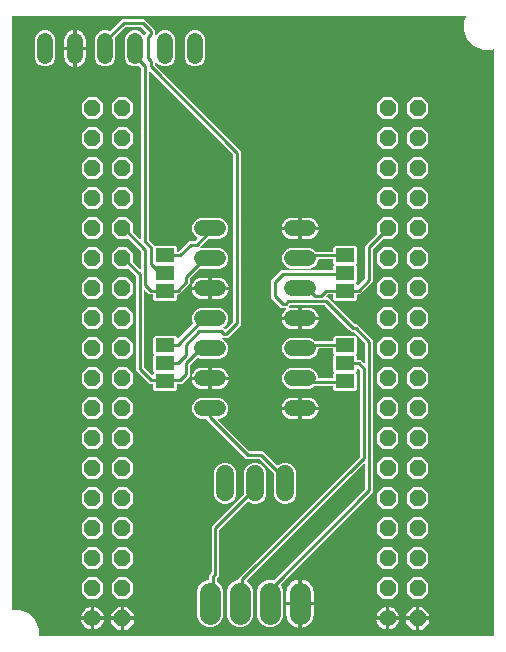
<source format=gbr>
G04 EAGLE Gerber RS-274X export*
G75*
%MOMM*%
%FSLAX34Y34*%
%LPD*%
%INBottom Copper*%
%IPPOS*%
%AMOC8*
5,1,8,0,0,1.08239X$1,22.5*%
G01*
%ADD10C,1.422400*%
%ADD11P,1.539592X8X112.500000*%
%ADD12C,1.320800*%
%ADD13R,1.600200X1.168400*%
%ADD14C,1.524000*%
%ADD15C,1.800000*%
%ADD16C,0.254000*%

G36*
X582698Y111764D02*
X582698Y111764D01*
X582717Y111762D01*
X582819Y111784D01*
X582921Y111800D01*
X582938Y111810D01*
X582958Y111814D01*
X583047Y111867D01*
X583138Y111916D01*
X583152Y111930D01*
X583169Y111940D01*
X583236Y112019D01*
X583308Y112094D01*
X583316Y112112D01*
X583329Y112127D01*
X583368Y112223D01*
X583411Y112317D01*
X583413Y112337D01*
X583421Y112355D01*
X583439Y112522D01*
X583439Y608004D01*
X583432Y608049D01*
X583434Y608095D01*
X583412Y608170D01*
X583400Y608247D01*
X583378Y608287D01*
X583365Y608332D01*
X583321Y608396D01*
X583284Y608464D01*
X583251Y608496D01*
X583225Y608534D01*
X583162Y608580D01*
X583106Y608634D01*
X583065Y608653D01*
X583028Y608680D01*
X582953Y608704D01*
X582883Y608737D01*
X582837Y608742D01*
X582794Y608756D01*
X582716Y608756D01*
X582639Y608764D01*
X582594Y608755D01*
X582548Y608754D01*
X582417Y608716D01*
X582398Y608712D01*
X582394Y608709D01*
X582387Y608707D01*
X581860Y608489D01*
X573840Y608489D01*
X566430Y611559D01*
X560759Y617230D01*
X557689Y624640D01*
X557689Y632660D01*
X559233Y636387D01*
X559243Y636431D01*
X559263Y636473D01*
X559271Y636550D01*
X559289Y636626D01*
X559285Y636672D01*
X559290Y636717D01*
X559273Y636794D01*
X559266Y636871D01*
X559247Y636913D01*
X559238Y636958D01*
X559198Y637025D01*
X559166Y637096D01*
X559135Y637130D01*
X559111Y637169D01*
X559052Y637220D01*
X559000Y637277D01*
X558959Y637299D01*
X558924Y637329D01*
X558852Y637358D01*
X558784Y637395D01*
X558739Y637404D01*
X558696Y637421D01*
X558560Y637436D01*
X558542Y637439D01*
X558537Y637438D01*
X558530Y637439D01*
X176022Y637439D01*
X176002Y637436D01*
X175983Y637438D01*
X175881Y637416D01*
X175779Y637400D01*
X175762Y637390D01*
X175742Y637386D01*
X175653Y637333D01*
X175562Y637284D01*
X175548Y637270D01*
X175531Y637260D01*
X175464Y637181D01*
X175392Y637106D01*
X175384Y637088D01*
X175371Y637073D01*
X175332Y636977D01*
X175289Y636883D01*
X175287Y636863D01*
X175279Y636845D01*
X175261Y636678D01*
X175261Y135222D01*
X175264Y135202D01*
X175262Y135183D01*
X175284Y135081D01*
X175300Y134979D01*
X175310Y134962D01*
X175314Y134942D01*
X175367Y134853D01*
X175416Y134762D01*
X175430Y134748D01*
X175440Y134731D01*
X175519Y134664D01*
X175594Y134592D01*
X175612Y134584D01*
X175627Y134571D01*
X175723Y134532D01*
X175817Y134489D01*
X175837Y134487D01*
X175855Y134479D01*
X176022Y134461D01*
X181810Y134461D01*
X189220Y131391D01*
X194891Y125720D01*
X197961Y118310D01*
X197961Y112522D01*
X197964Y112502D01*
X197962Y112483D01*
X197984Y112381D01*
X198000Y112279D01*
X198010Y112262D01*
X198014Y112242D01*
X198067Y112153D01*
X198116Y112062D01*
X198130Y112048D01*
X198140Y112031D01*
X198219Y111964D01*
X198294Y111892D01*
X198312Y111884D01*
X198327Y111871D01*
X198423Y111832D01*
X198517Y111789D01*
X198537Y111787D01*
X198555Y111779D01*
X198722Y111761D01*
X582678Y111761D01*
X582698Y111764D01*
G37*
%LPC*%
G36*
X295957Y319785D02*
X295957Y319785D01*
X294766Y320976D01*
X294766Y325120D01*
X294763Y325140D01*
X294765Y325159D01*
X294743Y325261D01*
X294727Y325363D01*
X294717Y325380D01*
X294713Y325400D01*
X294660Y325489D01*
X294611Y325580D01*
X294597Y325594D01*
X294587Y325611D01*
X294508Y325678D01*
X294433Y325750D01*
X294415Y325758D01*
X294400Y325771D01*
X294304Y325810D01*
X294210Y325853D01*
X294190Y325855D01*
X294172Y325863D01*
X294005Y325881D01*
X291240Y325881D01*
X280161Y336960D01*
X280161Y416655D01*
X280147Y416745D01*
X280139Y416836D01*
X280127Y416865D01*
X280122Y416897D01*
X280079Y416978D01*
X280043Y417062D01*
X280017Y417094D01*
X280006Y417115D01*
X279983Y417137D01*
X279938Y417193D01*
X273920Y423211D01*
X273904Y423223D01*
X273892Y423238D01*
X273804Y423294D01*
X273720Y423355D01*
X273701Y423360D01*
X273685Y423371D01*
X273584Y423397D01*
X273485Y423427D01*
X273465Y423426D01*
X273446Y423431D01*
X273343Y423423D01*
X273239Y423421D01*
X273221Y423414D01*
X273201Y423412D01*
X273106Y423372D01*
X273008Y423336D01*
X272993Y423324D01*
X272975Y423316D01*
X272844Y423211D01*
X272488Y422855D01*
X264912Y422855D01*
X259555Y428212D01*
X259555Y435788D01*
X264912Y441145D01*
X272488Y441145D01*
X277845Y435788D01*
X277845Y428943D01*
X277859Y428853D01*
X277867Y428762D01*
X277879Y428733D01*
X277884Y428701D01*
X277927Y428620D01*
X277963Y428536D01*
X277989Y428504D01*
X278000Y428483D01*
X278023Y428461D01*
X278068Y428405D01*
X283434Y423039D01*
X283492Y422997D01*
X283544Y422948D01*
X283591Y422926D01*
X283633Y422895D01*
X283702Y422874D01*
X283767Y422844D01*
X283819Y422838D01*
X283869Y422823D01*
X283940Y422825D01*
X284011Y422817D01*
X284062Y422828D01*
X284114Y422829D01*
X284182Y422854D01*
X284252Y422869D01*
X284297Y422896D01*
X284345Y422914D01*
X284401Y422959D01*
X284463Y422996D01*
X284497Y423035D01*
X284537Y423068D01*
X284576Y423128D01*
X284623Y423182D01*
X284642Y423231D01*
X284670Y423275D01*
X284688Y423344D01*
X284715Y423411D01*
X284723Y423482D01*
X284731Y423513D01*
X284729Y423536D01*
X284733Y423577D01*
X284733Y437229D01*
X284719Y437319D01*
X284711Y437410D01*
X284699Y437439D01*
X284694Y437471D01*
X284651Y437552D01*
X284615Y437636D01*
X284589Y437668D01*
X284578Y437689D01*
X284555Y437711D01*
X284510Y437767D01*
X273793Y448484D01*
X273777Y448496D01*
X273765Y448511D01*
X273677Y448567D01*
X273593Y448628D01*
X273574Y448633D01*
X273558Y448644D01*
X273457Y448670D01*
X273358Y448700D01*
X273338Y448699D01*
X273319Y448704D01*
X273216Y448696D01*
X273113Y448694D01*
X273094Y448687D01*
X273074Y448685D01*
X272979Y448645D01*
X272881Y448609D01*
X272866Y448597D01*
X272848Y448589D01*
X272717Y448484D01*
X272488Y448255D01*
X264912Y448255D01*
X259555Y453612D01*
X259555Y461188D01*
X264912Y466545D01*
X272488Y466545D01*
X277845Y461188D01*
X277845Y454089D01*
X277859Y453999D01*
X277867Y453908D01*
X277879Y453879D01*
X277884Y453847D01*
X277927Y453766D01*
X277963Y453682D01*
X277989Y453650D01*
X278000Y453629D01*
X278023Y453607D01*
X278068Y453551D01*
X283434Y448185D01*
X283492Y448143D01*
X283544Y448094D01*
X283591Y448072D01*
X283633Y448041D01*
X283702Y448020D01*
X283767Y447990D01*
X283819Y447984D01*
X283869Y447969D01*
X283940Y447971D01*
X284011Y447963D01*
X284062Y447974D01*
X284114Y447975D01*
X284182Y448000D01*
X284252Y448015D01*
X284296Y448042D01*
X284345Y448060D01*
X284401Y448105D01*
X284463Y448142D01*
X284497Y448181D01*
X284537Y448214D01*
X284576Y448274D01*
X284623Y448328D01*
X284642Y448377D01*
X284670Y448421D01*
X284688Y448490D01*
X284715Y448557D01*
X284723Y448628D01*
X284731Y448659D01*
X284729Y448682D01*
X284733Y448723D01*
X284733Y592677D01*
X284719Y592767D01*
X284711Y592858D01*
X284699Y592887D01*
X284694Y592919D01*
X284651Y593000D01*
X284615Y593084D01*
X284589Y593116D01*
X284578Y593137D01*
X284555Y593159D01*
X284510Y593215D01*
X283067Y594658D01*
X282973Y594726D01*
X282879Y594796D01*
X282872Y594798D01*
X282867Y594802D01*
X282757Y594836D01*
X282645Y594872D01*
X282638Y594872D01*
X282632Y594874D01*
X282516Y594871D01*
X282399Y594870D01*
X282392Y594868D01*
X282386Y594868D01*
X282369Y594861D01*
X282238Y594823D01*
X281118Y594359D01*
X277682Y594359D01*
X274508Y595674D01*
X272078Y598104D01*
X270763Y601278D01*
X270763Y617922D01*
X272078Y621096D01*
X274508Y623526D01*
X277682Y624841D01*
X281118Y624841D01*
X284292Y623526D01*
X286443Y621375D01*
X286460Y621363D01*
X286472Y621348D01*
X286559Y621292D01*
X286643Y621231D01*
X286662Y621225D01*
X286679Y621215D01*
X286779Y621189D01*
X286878Y621159D01*
X286898Y621159D01*
X286917Y621155D01*
X287020Y621163D01*
X287124Y621165D01*
X287143Y621172D01*
X287163Y621174D01*
X287258Y621214D01*
X287355Y621250D01*
X287371Y621262D01*
X287389Y621270D01*
X287520Y621375D01*
X288542Y622397D01*
X288554Y622413D01*
X288569Y622425D01*
X288625Y622513D01*
X288685Y622596D01*
X288691Y622615D01*
X288702Y622632D01*
X288727Y622733D01*
X288758Y622832D01*
X288757Y622851D01*
X288762Y622871D01*
X288754Y622974D01*
X288751Y623077D01*
X288745Y623096D01*
X288743Y623116D01*
X288703Y623211D01*
X288667Y623308D01*
X288655Y623324D01*
X288647Y623342D01*
X288542Y623473D01*
X284605Y627410D01*
X284531Y627463D01*
X284462Y627523D01*
X284431Y627535D01*
X284405Y627554D01*
X284318Y627581D01*
X284233Y627615D01*
X284192Y627619D01*
X284170Y627626D01*
X284138Y627625D01*
X284067Y627633D01*
X271431Y627633D01*
X271341Y627619D01*
X271250Y627611D01*
X271221Y627599D01*
X271189Y627594D01*
X271108Y627551D01*
X271024Y627515D01*
X270992Y627489D01*
X270971Y627478D01*
X270949Y627455D01*
X270893Y627410D01*
X262636Y619153D01*
X262567Y619057D01*
X262498Y618964D01*
X262496Y618958D01*
X262492Y618953D01*
X262458Y618841D01*
X262421Y618730D01*
X262421Y618724D01*
X262420Y618718D01*
X262423Y618601D01*
X262424Y618484D01*
X262426Y618477D01*
X262426Y618472D01*
X262432Y618455D01*
X262471Y618323D01*
X262637Y617922D01*
X262637Y601278D01*
X261322Y598104D01*
X258892Y595674D01*
X255718Y594359D01*
X252282Y594359D01*
X249108Y595674D01*
X246678Y598104D01*
X245363Y601278D01*
X245363Y617922D01*
X246678Y621096D01*
X249108Y623526D01*
X252282Y624841D01*
X255718Y624841D01*
X257556Y624079D01*
X257670Y624053D01*
X257783Y624024D01*
X257789Y624025D01*
X257796Y624023D01*
X257912Y624034D01*
X258028Y624043D01*
X258034Y624046D01*
X258040Y624046D01*
X258148Y624094D01*
X258255Y624140D01*
X258261Y624144D01*
X258265Y624146D01*
X258279Y624159D01*
X258386Y624244D01*
X268380Y634239D01*
X287118Y634239D01*
X289276Y632081D01*
X295911Y625446D01*
X295911Y621139D01*
X295926Y621043D01*
X295936Y620946D01*
X295946Y620922D01*
X295950Y620897D01*
X295996Y620811D01*
X296036Y620722D01*
X296053Y620702D01*
X296066Y620679D01*
X296136Y620612D01*
X296202Y620540D01*
X296225Y620528D01*
X296244Y620510D01*
X296332Y620469D01*
X296418Y620422D01*
X296443Y620417D01*
X296467Y620406D01*
X296564Y620396D01*
X296660Y620378D01*
X296686Y620382D01*
X296711Y620379D01*
X296806Y620400D01*
X296903Y620414D01*
X296926Y620426D01*
X296952Y620431D01*
X297036Y620481D01*
X297122Y620526D01*
X297140Y620544D01*
X297163Y620558D01*
X297226Y620632D01*
X297294Y620701D01*
X297310Y620730D01*
X297323Y620744D01*
X297335Y620775D01*
X297375Y620848D01*
X297478Y621096D01*
X299908Y623526D01*
X303082Y624841D01*
X306518Y624841D01*
X309692Y623526D01*
X312122Y621096D01*
X313437Y617922D01*
X313437Y601278D01*
X312122Y598104D01*
X309692Y595674D01*
X306518Y594359D01*
X303082Y594359D01*
X299908Y595674D01*
X297478Y598104D01*
X297375Y598352D01*
X297324Y598435D01*
X297278Y598521D01*
X297259Y598539D01*
X297246Y598561D01*
X297171Y598623D01*
X297100Y598690D01*
X297076Y598701D01*
X297056Y598718D01*
X296965Y598753D01*
X296877Y598794D01*
X296851Y598797D01*
X296827Y598806D01*
X296729Y598810D01*
X296633Y598821D01*
X296607Y598815D01*
X296581Y598816D01*
X296487Y598789D01*
X296392Y598769D01*
X296370Y598755D01*
X296345Y598748D01*
X296265Y598692D01*
X296181Y598642D01*
X296164Y598623D01*
X296143Y598608D01*
X296084Y598529D01*
X296021Y598456D01*
X296011Y598431D01*
X295996Y598410D01*
X295966Y598318D01*
X295929Y598227D01*
X295926Y598195D01*
X295920Y598176D01*
X295920Y598143D01*
X295911Y598061D01*
X295911Y596043D01*
X295925Y595953D01*
X295933Y595862D01*
X295945Y595833D01*
X295950Y595801D01*
X295993Y595720D01*
X296029Y595636D01*
X296055Y595604D01*
X296066Y595583D01*
X296089Y595561D01*
X296134Y595505D01*
X369063Y522576D01*
X369063Y375822D01*
X357984Y364743D01*
X353826Y364743D01*
X353730Y364728D01*
X353633Y364718D01*
X353609Y364708D01*
X353583Y364704D01*
X353497Y364658D01*
X353408Y364618D01*
X353389Y364601D01*
X353366Y364588D01*
X353299Y364518D01*
X353227Y364452D01*
X353215Y364429D01*
X353197Y364410D01*
X353156Y364322D01*
X353109Y364236D01*
X353104Y364211D01*
X353093Y364187D01*
X353082Y364090D01*
X353065Y363994D01*
X353069Y363968D01*
X353066Y363943D01*
X353087Y363847D01*
X353101Y363751D01*
X353113Y363728D01*
X353118Y363702D01*
X353168Y363618D01*
X353212Y363532D01*
X353231Y363514D01*
X353244Y363491D01*
X353318Y363428D01*
X353388Y363360D01*
X353416Y363344D01*
X353431Y363331D01*
X353462Y363319D01*
X353535Y363279D01*
X354396Y362922D01*
X356826Y360492D01*
X358141Y357318D01*
X358141Y353882D01*
X356826Y350708D01*
X354396Y348278D01*
X351222Y346963D01*
X334578Y346963D01*
X332560Y347799D01*
X332447Y347826D01*
X332333Y347854D01*
X332327Y347854D01*
X332321Y347855D01*
X332204Y347844D01*
X332088Y347835D01*
X332082Y347833D01*
X332076Y347832D01*
X331968Y347784D01*
X331862Y347739D01*
X331856Y347734D01*
X331851Y347732D01*
X331838Y347719D01*
X331731Y347634D01*
X325852Y341755D01*
X325799Y341681D01*
X325739Y341612D01*
X325727Y341581D01*
X325708Y341555D01*
X325681Y341468D01*
X325647Y341383D01*
X325643Y341342D01*
X325636Y341320D01*
X325637Y341288D01*
X325629Y341217D01*
X325629Y332388D01*
X319122Y325881D01*
X315595Y325881D01*
X315575Y325878D01*
X315556Y325880D01*
X315454Y325858D01*
X315352Y325842D01*
X315335Y325832D01*
X315315Y325828D01*
X315226Y325775D01*
X315135Y325726D01*
X315121Y325712D01*
X315104Y325702D01*
X315037Y325623D01*
X314965Y325548D01*
X314957Y325530D01*
X314944Y325515D01*
X314905Y325419D01*
X314862Y325325D01*
X314860Y325305D01*
X314852Y325287D01*
X314834Y325120D01*
X314834Y320976D01*
X313643Y319785D01*
X295957Y319785D01*
G37*
%LPD*%
G36*
X294095Y332785D02*
X294095Y332785D01*
X294147Y332786D01*
X294215Y332811D01*
X294285Y332826D01*
X294330Y332853D01*
X294378Y332871D01*
X294434Y332916D01*
X294496Y332953D01*
X294530Y332992D01*
X294570Y333025D01*
X294609Y333085D01*
X294656Y333139D01*
X294675Y333188D01*
X294703Y333232D01*
X294721Y333301D01*
X294748Y333368D01*
X294756Y333439D01*
X294764Y333470D01*
X294762Y333493D01*
X294766Y333534D01*
X294766Y334344D01*
X295164Y334742D01*
X295176Y334758D01*
X295191Y334770D01*
X295247Y334857D01*
X295308Y334941D01*
X295313Y334960D01*
X295324Y334977D01*
X295349Y335078D01*
X295380Y335177D01*
X295379Y335196D01*
X295384Y335216D01*
X295376Y335319D01*
X295374Y335422D01*
X295367Y335441D01*
X295365Y335461D01*
X295325Y335556D01*
X295289Y335653D01*
X295277Y335669D01*
X295269Y335687D01*
X295164Y335818D01*
X294766Y336216D01*
X294766Y349584D01*
X295164Y349982D01*
X295176Y349998D01*
X295191Y350010D01*
X295247Y350097D01*
X295308Y350181D01*
X295313Y350200D01*
X295324Y350217D01*
X295349Y350318D01*
X295380Y350417D01*
X295379Y350436D01*
X295384Y350456D01*
X295376Y350559D01*
X295374Y350662D01*
X295367Y350681D01*
X295365Y350701D01*
X295325Y350796D01*
X295289Y350893D01*
X295277Y350909D01*
X295269Y350927D01*
X295164Y351058D01*
X294766Y351456D01*
X294766Y364824D01*
X295957Y366015D01*
X313643Y366015D01*
X314834Y364824D01*
X314834Y364776D01*
X314845Y364706D01*
X314847Y364634D01*
X314865Y364585D01*
X314873Y364534D01*
X314907Y364470D01*
X314932Y364403D01*
X314964Y364362D01*
X314989Y364316D01*
X315040Y364267D01*
X315085Y364211D01*
X315129Y364183D01*
X315167Y364147D01*
X315232Y364117D01*
X315292Y364078D01*
X315343Y364065D01*
X315390Y364043D01*
X315461Y364035D01*
X315531Y364018D01*
X315583Y364022D01*
X315634Y364016D01*
X315705Y364031D01*
X315776Y364037D01*
X315824Y364057D01*
X315875Y364068D01*
X315936Y364105D01*
X316002Y364133D01*
X316058Y364178D01*
X316086Y364195D01*
X316101Y364212D01*
X316133Y364238D01*
X328330Y376435D01*
X328398Y376530D01*
X328468Y376623D01*
X328470Y376629D01*
X328474Y376635D01*
X328508Y376746D01*
X328544Y376857D01*
X328544Y376864D01*
X328546Y376870D01*
X328543Y376985D01*
X328542Y377103D01*
X328540Y377110D01*
X328540Y377115D01*
X328533Y377133D01*
X328495Y377264D01*
X327659Y379282D01*
X327659Y382718D01*
X328974Y385892D01*
X331404Y388322D01*
X334578Y389637D01*
X351222Y389637D01*
X354396Y388322D01*
X356826Y385892D01*
X358141Y382718D01*
X358141Y379282D01*
X356826Y376108D01*
X354421Y373703D01*
X354409Y373686D01*
X354394Y373674D01*
X354338Y373587D01*
X354277Y373503D01*
X354271Y373484D01*
X354261Y373467D01*
X354235Y373367D01*
X354205Y373268D01*
X354205Y373248D01*
X354201Y373229D01*
X354209Y373125D01*
X354211Y373022D01*
X354218Y373003D01*
X354220Y372983D01*
X354260Y372888D01*
X354296Y372791D01*
X354308Y372775D01*
X354316Y372757D01*
X354421Y372626D01*
X354935Y372112D01*
X354951Y372100D01*
X354963Y372085D01*
X355050Y372029D01*
X355134Y371969D01*
X355153Y371963D01*
X355170Y371952D01*
X355271Y371927D01*
X355369Y371896D01*
X355389Y371897D01*
X355409Y371892D01*
X355512Y371900D01*
X355615Y371903D01*
X355634Y371909D01*
X355654Y371911D01*
X355749Y371951D01*
X355846Y371987D01*
X355862Y371999D01*
X355880Y372007D01*
X356011Y372112D01*
X362234Y378335D01*
X362287Y378409D01*
X362347Y378478D01*
X362359Y378509D01*
X362378Y378535D01*
X362405Y378622D01*
X362439Y378707D01*
X362443Y378748D01*
X362450Y378770D01*
X362449Y378802D01*
X362457Y378873D01*
X362457Y519525D01*
X362443Y519615D01*
X362435Y519706D01*
X362423Y519735D01*
X362418Y519767D01*
X362375Y519848D01*
X362339Y519932D01*
X362313Y519964D01*
X362302Y519985D01*
X362279Y520007D01*
X362234Y520063D01*
X292638Y589659D01*
X292580Y589701D01*
X292528Y589750D01*
X292481Y589772D01*
X292439Y589803D01*
X292370Y589824D01*
X292305Y589854D01*
X292253Y589860D01*
X292203Y589875D01*
X292132Y589873D01*
X292061Y589881D01*
X292010Y589870D01*
X291958Y589869D01*
X291890Y589844D01*
X291820Y589829D01*
X291775Y589802D01*
X291727Y589784D01*
X291671Y589739D01*
X291609Y589702D01*
X291575Y589663D01*
X291535Y589630D01*
X291496Y589570D01*
X291449Y589516D01*
X291430Y589467D01*
X291402Y589423D01*
X291384Y589354D01*
X291357Y589287D01*
X291349Y589216D01*
X291341Y589185D01*
X291343Y589162D01*
X291339Y589121D01*
X291339Y447453D01*
X291341Y447441D01*
X291340Y447432D01*
X291349Y447388D01*
X291353Y447363D01*
X291361Y447272D01*
X291373Y447243D01*
X291378Y447211D01*
X291421Y447130D01*
X291457Y447046D01*
X291483Y447014D01*
X291494Y446993D01*
X291517Y446971D01*
X291562Y446915D01*
X296039Y442438D01*
X296113Y442385D01*
X296182Y442325D01*
X296213Y442313D01*
X296239Y442294D01*
X296326Y442267D01*
X296411Y442233D01*
X296452Y442229D01*
X296474Y442222D01*
X296506Y442223D01*
X296577Y442215D01*
X313643Y442215D01*
X314834Y441024D01*
X314834Y438404D01*
X314837Y438384D01*
X314835Y438365D01*
X314857Y438263D01*
X314873Y438161D01*
X314883Y438144D01*
X314887Y438124D01*
X314940Y438035D01*
X314989Y437944D01*
X315003Y437930D01*
X315013Y437913D01*
X315092Y437846D01*
X315167Y437774D01*
X315185Y437766D01*
X315200Y437753D01*
X315296Y437714D01*
X315390Y437671D01*
X315410Y437669D01*
X315428Y437661D01*
X315595Y437643D01*
X316071Y437643D01*
X316161Y437657D01*
X316252Y437665D01*
X316281Y437677D01*
X316313Y437682D01*
X316394Y437725D01*
X316478Y437761D01*
X316510Y437787D01*
X316531Y437798D01*
X316553Y437821D01*
X316609Y437866D01*
X325530Y446787D01*
X329787Y446787D01*
X329877Y446801D01*
X329968Y446809D01*
X329997Y446821D01*
X330029Y446826D01*
X330110Y446869D01*
X330194Y446905D01*
X330226Y446931D01*
X330247Y446942D01*
X330269Y446965D01*
X330325Y447010D01*
X331864Y448548D01*
X331890Y448586D01*
X331924Y448617D01*
X331962Y448685D01*
X332007Y448748D01*
X332021Y448792D01*
X332043Y448832D01*
X332057Y448909D01*
X332079Y448983D01*
X332078Y449029D01*
X332086Y449074D01*
X332075Y449151D01*
X332073Y449229D01*
X332057Y449272D01*
X332051Y449318D01*
X332015Y449387D01*
X331989Y449460D01*
X331960Y449496D01*
X331939Y449537D01*
X331884Y449591D01*
X331835Y449652D01*
X331796Y449677D01*
X331764Y449709D01*
X331644Y449775D01*
X331628Y449785D01*
X331623Y449786D01*
X331617Y449790D01*
X331404Y449878D01*
X328974Y452308D01*
X327659Y455482D01*
X327659Y458918D01*
X328974Y462092D01*
X331404Y464522D01*
X334578Y465837D01*
X351222Y465837D01*
X354396Y464522D01*
X356826Y462092D01*
X358141Y458918D01*
X358141Y455482D01*
X356826Y452308D01*
X354396Y449878D01*
X351222Y448563D01*
X341535Y448563D01*
X341445Y448549D01*
X341354Y448541D01*
X341325Y448529D01*
X341293Y448524D01*
X341212Y448481D01*
X341128Y448445D01*
X341096Y448419D01*
X341075Y448408D01*
X341053Y448385D01*
X340997Y448340D01*
X334393Y441736D01*
X334351Y441678D01*
X334302Y441626D01*
X334280Y441579D01*
X334249Y441537D01*
X334228Y441468D01*
X334198Y441403D01*
X334192Y441351D01*
X334177Y441301D01*
X334179Y441230D01*
X334171Y441159D01*
X334182Y441108D01*
X334183Y441056D01*
X334208Y440988D01*
X334223Y440918D01*
X334250Y440873D01*
X334268Y440825D01*
X334313Y440769D01*
X334350Y440707D01*
X334389Y440673D01*
X334422Y440633D01*
X334482Y440594D01*
X334536Y440547D01*
X334585Y440528D01*
X334629Y440500D01*
X334698Y440482D01*
X334765Y440455D01*
X334836Y440447D01*
X334867Y440439D01*
X334890Y440441D01*
X334931Y440437D01*
X351222Y440437D01*
X354396Y439122D01*
X356826Y436692D01*
X358141Y433518D01*
X358141Y430082D01*
X356826Y426908D01*
X354396Y424478D01*
X351222Y423163D01*
X334427Y423163D01*
X334350Y423151D01*
X334243Y423142D01*
X334239Y423141D01*
X334234Y423140D01*
X334204Y423127D01*
X334184Y423124D01*
X334122Y423091D01*
X334017Y423046D01*
X334013Y423043D01*
X334009Y423041D01*
X333998Y423031D01*
X333977Y423014D01*
X333966Y423008D01*
X333955Y422997D01*
X333886Y422941D01*
X325852Y414907D01*
X325799Y414833D01*
X325739Y414764D01*
X325727Y414733D01*
X325708Y414707D01*
X325681Y414620D01*
X325647Y414535D01*
X325643Y414494D01*
X325636Y414472D01*
X325637Y414440D01*
X325629Y414369D01*
X325629Y410112D01*
X316836Y401319D01*
X315595Y401319D01*
X315575Y401316D01*
X315556Y401318D01*
X315454Y401296D01*
X315352Y401280D01*
X315335Y401270D01*
X315315Y401266D01*
X315226Y401213D01*
X315135Y401164D01*
X315121Y401150D01*
X315104Y401140D01*
X315037Y401061D01*
X314965Y400986D01*
X314957Y400968D01*
X314944Y400953D01*
X314905Y400857D01*
X314862Y400763D01*
X314860Y400743D01*
X314852Y400725D01*
X314834Y400558D01*
X314834Y397176D01*
X313643Y395985D01*
X295957Y395985D01*
X294766Y397176D01*
X294766Y400558D01*
X294763Y400578D01*
X294765Y400597D01*
X294743Y400699D01*
X294727Y400801D01*
X294717Y400818D01*
X294713Y400838D01*
X294660Y400927D01*
X294611Y401018D01*
X294597Y401032D01*
X294587Y401049D01*
X294508Y401116D01*
X294433Y401188D01*
X294415Y401196D01*
X294400Y401209D01*
X294304Y401248D01*
X294210Y401291D01*
X294190Y401293D01*
X294172Y401301D01*
X294005Y401319D01*
X291240Y401319D01*
X289082Y403477D01*
X288066Y404493D01*
X288008Y404535D01*
X287956Y404584D01*
X287909Y404606D01*
X287867Y404637D01*
X287798Y404658D01*
X287733Y404688D01*
X287681Y404694D01*
X287631Y404709D01*
X287560Y404707D01*
X287489Y404715D01*
X287438Y404704D01*
X287386Y404703D01*
X287318Y404678D01*
X287248Y404663D01*
X287203Y404636D01*
X287155Y404618D01*
X287099Y404573D01*
X287037Y404536D01*
X287003Y404497D01*
X286963Y404464D01*
X286924Y404404D01*
X286877Y404350D01*
X286858Y404301D01*
X286830Y404257D01*
X286812Y404188D01*
X286785Y404121D01*
X286777Y404050D01*
X286769Y404019D01*
X286771Y403996D01*
X286767Y403955D01*
X286767Y340011D01*
X286781Y339921D01*
X286789Y339830D01*
X286801Y339801D01*
X286806Y339769D01*
X286849Y339688D01*
X286885Y339604D01*
X286911Y339572D01*
X286922Y339551D01*
X286945Y339529D01*
X286990Y339473D01*
X293467Y332996D01*
X293525Y332954D01*
X293577Y332905D01*
X293624Y332883D01*
X293666Y332852D01*
X293735Y332831D01*
X293800Y332801D01*
X293852Y332795D01*
X293902Y332780D01*
X293973Y332782D01*
X294044Y332774D01*
X294095Y332785D01*
G37*
%LPC*%
G36*
X366105Y119667D02*
X366105Y119667D01*
X362050Y121347D01*
X358947Y124450D01*
X357267Y128505D01*
X357267Y150895D01*
X358947Y154950D01*
X362050Y158053D01*
X366105Y159733D01*
X366268Y159733D01*
X366288Y159736D01*
X366307Y159734D01*
X366409Y159756D01*
X366511Y159772D01*
X366528Y159782D01*
X366548Y159786D01*
X366637Y159839D01*
X366728Y159888D01*
X366742Y159902D01*
X366759Y159912D01*
X366826Y159991D01*
X366898Y160066D01*
X366906Y160084D01*
X366919Y160099D01*
X366958Y160195D01*
X367001Y160289D01*
X367003Y160309D01*
X367011Y160327D01*
X367029Y160494D01*
X367029Y161388D01*
X469676Y264035D01*
X469729Y264109D01*
X469789Y264178D01*
X469801Y264209D01*
X469820Y264235D01*
X469847Y264322D01*
X469881Y264407D01*
X469885Y264448D01*
X469892Y264470D01*
X469891Y264502D01*
X469899Y264573D01*
X469899Y336645D01*
X469885Y336735D01*
X469877Y336826D01*
X469865Y336856D01*
X469860Y336887D01*
X469817Y336968D01*
X469781Y337052D01*
X469755Y337084D01*
X469744Y337105D01*
X469721Y337127D01*
X469676Y337183D01*
X468533Y338326D01*
X468475Y338368D01*
X468423Y338417D01*
X468376Y338439D01*
X468334Y338470D01*
X468265Y338491D01*
X468200Y338521D01*
X468148Y338527D01*
X468098Y338542D01*
X468027Y338540D01*
X467956Y338548D01*
X467905Y338537D01*
X467853Y338536D01*
X467785Y338511D01*
X467715Y338496D01*
X467670Y338469D01*
X467622Y338451D01*
X467566Y338406D01*
X467504Y338369D01*
X467470Y338330D01*
X467430Y338297D01*
X467391Y338237D01*
X467344Y338183D01*
X467325Y338134D01*
X467297Y338090D01*
X467279Y338021D01*
X467252Y337954D01*
X467244Y337883D01*
X467236Y337852D01*
X467238Y337829D01*
X467234Y337788D01*
X467234Y336216D01*
X466836Y335818D01*
X466824Y335802D01*
X466809Y335790D01*
X466753Y335703D01*
X466692Y335619D01*
X466687Y335600D01*
X466676Y335583D01*
X466651Y335482D01*
X466620Y335383D01*
X466621Y335364D01*
X466616Y335344D01*
X466624Y335241D01*
X466626Y335138D01*
X466633Y335119D01*
X466635Y335099D01*
X466675Y335004D01*
X466711Y334907D01*
X466723Y334891D01*
X466731Y334873D01*
X466836Y334742D01*
X467234Y334344D01*
X467234Y320976D01*
X466043Y319785D01*
X448357Y319785D01*
X447166Y320976D01*
X447166Y322834D01*
X447163Y322854D01*
X447165Y322873D01*
X447143Y322975D01*
X447127Y323077D01*
X447117Y323094D01*
X447113Y323114D01*
X447060Y323203D01*
X447011Y323294D01*
X446997Y323308D01*
X446987Y323325D01*
X446908Y323392D01*
X446833Y323464D01*
X446815Y323472D01*
X446800Y323485D01*
X446704Y323524D01*
X446610Y323567D01*
X446590Y323569D01*
X446572Y323577D01*
X446405Y323595D01*
X431629Y323595D01*
X431539Y323581D01*
X431448Y323573D01*
X431418Y323561D01*
X431386Y323556D01*
X431305Y323513D01*
X431221Y323477D01*
X431189Y323451D01*
X431169Y323440D01*
X431147Y323417D01*
X431090Y323372D01*
X430596Y322878D01*
X427422Y321563D01*
X410778Y321563D01*
X407604Y322878D01*
X405174Y325308D01*
X403859Y328482D01*
X403859Y331918D01*
X405174Y335092D01*
X407604Y337522D01*
X410778Y338837D01*
X427422Y338837D01*
X430596Y337522D01*
X433026Y335092D01*
X434341Y331918D01*
X434341Y330962D01*
X434344Y330942D01*
X434342Y330923D01*
X434364Y330821D01*
X434380Y330719D01*
X434390Y330702D01*
X434394Y330682D01*
X434447Y330593D01*
X434496Y330502D01*
X434510Y330488D01*
X434520Y330471D01*
X434599Y330404D01*
X434674Y330332D01*
X434692Y330324D01*
X434707Y330311D01*
X434803Y330272D01*
X434897Y330229D01*
X434917Y330227D01*
X434935Y330219D01*
X435102Y330201D01*
X446405Y330201D01*
X446425Y330204D01*
X446444Y330202D01*
X446546Y330224D01*
X446648Y330240D01*
X446665Y330250D01*
X446685Y330254D01*
X446774Y330307D01*
X446865Y330356D01*
X446879Y330370D01*
X446896Y330380D01*
X446963Y330459D01*
X447035Y330534D01*
X447043Y330552D01*
X447056Y330567D01*
X447095Y330663D01*
X447138Y330757D01*
X447140Y330777D01*
X447148Y330795D01*
X447166Y330962D01*
X447166Y334344D01*
X447564Y334742D01*
X447576Y334758D01*
X447591Y334770D01*
X447647Y334858D01*
X447708Y334941D01*
X447713Y334960D01*
X447724Y334977D01*
X447749Y335078D01*
X447780Y335177D01*
X447779Y335196D01*
X447784Y335216D01*
X447776Y335319D01*
X447774Y335422D01*
X447767Y335441D01*
X447765Y335461D01*
X447725Y335556D01*
X447689Y335653D01*
X447677Y335669D01*
X447669Y335687D01*
X447564Y335818D01*
X447166Y336216D01*
X447166Y349584D01*
X447564Y349982D01*
X447576Y349998D01*
X447591Y350010D01*
X447647Y350097D01*
X447708Y350181D01*
X447713Y350200D01*
X447724Y350217D01*
X447749Y350318D01*
X447780Y350417D01*
X447779Y350436D01*
X447784Y350456D01*
X447776Y350559D01*
X447774Y350662D01*
X447767Y350681D01*
X447765Y350701D01*
X447725Y350796D01*
X447689Y350893D01*
X447677Y350909D01*
X447669Y350927D01*
X447564Y351058D01*
X447166Y351456D01*
X447166Y354838D01*
X447163Y354858D01*
X447165Y354877D01*
X447143Y354979D01*
X447127Y355081D01*
X447117Y355098D01*
X447113Y355118D01*
X447060Y355207D01*
X447011Y355298D01*
X446997Y355312D01*
X446987Y355329D01*
X446908Y355396D01*
X446833Y355468D01*
X446815Y355476D01*
X446800Y355489D01*
X446704Y355528D01*
X446610Y355571D01*
X446590Y355573D01*
X446572Y355581D01*
X446405Y355599D01*
X435102Y355599D01*
X435082Y355596D01*
X435063Y355598D01*
X434961Y355576D01*
X434859Y355560D01*
X434842Y355550D01*
X434822Y355546D01*
X434733Y355493D01*
X434642Y355444D01*
X434628Y355430D01*
X434611Y355420D01*
X434544Y355341D01*
X434472Y355266D01*
X434464Y355248D01*
X434451Y355233D01*
X434412Y355137D01*
X434369Y355043D01*
X434367Y355023D01*
X434359Y355005D01*
X434341Y354838D01*
X434341Y353882D01*
X433026Y350708D01*
X430596Y348278D01*
X427422Y346963D01*
X410778Y346963D01*
X407604Y348278D01*
X405174Y350708D01*
X403859Y353882D01*
X403859Y357318D01*
X405174Y360492D01*
X407604Y362922D01*
X410778Y364237D01*
X427422Y364237D01*
X430596Y362922D01*
X431091Y362428D01*
X431164Y362375D01*
X431234Y362315D01*
X431264Y362303D01*
X431290Y362284D01*
X431377Y362257D01*
X431462Y362223D01*
X431503Y362219D01*
X431525Y362212D01*
X431558Y362213D01*
X431629Y362205D01*
X446405Y362205D01*
X446425Y362208D01*
X446444Y362206D01*
X446546Y362228D01*
X446648Y362244D01*
X446665Y362254D01*
X446685Y362258D01*
X446774Y362311D01*
X446865Y362360D01*
X446879Y362374D01*
X446896Y362384D01*
X446963Y362463D01*
X447035Y362538D01*
X447043Y362556D01*
X447056Y362571D01*
X447095Y362667D01*
X447138Y362761D01*
X447140Y362781D01*
X447148Y362799D01*
X447166Y362966D01*
X447166Y364824D01*
X448357Y366015D01*
X466043Y366015D01*
X467234Y364824D01*
X467234Y351456D01*
X466836Y351058D01*
X466824Y351042D01*
X466809Y351030D01*
X466753Y350942D01*
X466692Y350859D01*
X466687Y350840D01*
X466676Y350823D01*
X466651Y350722D01*
X466620Y350623D01*
X466621Y350604D01*
X466616Y350584D01*
X466624Y350481D01*
X466626Y350378D01*
X466633Y350359D01*
X466635Y350339D01*
X466675Y350244D01*
X466711Y350147D01*
X466723Y350131D01*
X466731Y350113D01*
X466836Y349982D01*
X467234Y349584D01*
X467234Y346964D01*
X467235Y346954D01*
X467235Y346947D01*
X467236Y346940D01*
X467235Y346925D01*
X467257Y346823D01*
X467273Y346721D01*
X467283Y346704D01*
X467287Y346684D01*
X467340Y346595D01*
X467389Y346504D01*
X467403Y346490D01*
X467413Y346473D01*
X467492Y346406D01*
X467567Y346334D01*
X467585Y346326D01*
X467600Y346313D01*
X467696Y346274D01*
X467790Y346231D01*
X467810Y346229D01*
X467828Y346221D01*
X467995Y346203D01*
X469998Y346203D01*
X473172Y343029D01*
X473230Y342987D01*
X473282Y342938D01*
X473329Y342916D01*
X473371Y342885D01*
X473440Y342864D01*
X473505Y342834D01*
X473557Y342828D01*
X473607Y342813D01*
X473678Y342815D01*
X473749Y342807D01*
X473800Y342818D01*
X473852Y342819D01*
X473920Y342844D01*
X473990Y342859D01*
X474035Y342886D01*
X474083Y342904D01*
X474139Y342949D01*
X474201Y342986D01*
X474235Y343025D01*
X474275Y343058D01*
X474314Y343118D01*
X474361Y343172D01*
X474380Y343221D01*
X474408Y343265D01*
X474426Y343334D01*
X474453Y343401D01*
X474461Y343472D01*
X474469Y343503D01*
X474467Y343526D01*
X474471Y343567D01*
X474471Y359505D01*
X474457Y359595D01*
X474449Y359686D01*
X474437Y359715D01*
X474432Y359747D01*
X474389Y359828D01*
X474353Y359912D01*
X474327Y359944D01*
X474316Y359965D01*
X474293Y359987D01*
X474248Y360043D01*
X465199Y369092D01*
X465125Y369145D01*
X465056Y369205D01*
X465025Y369217D01*
X464999Y369236D01*
X464912Y369263D01*
X464827Y369297D01*
X464786Y369301D01*
X464764Y369308D01*
X464732Y369307D01*
X464661Y369315D01*
X462690Y369315D01*
X460532Y371473D01*
X440053Y391952D01*
X439979Y392005D01*
X439910Y392065D01*
X439879Y392077D01*
X439853Y392096D01*
X439766Y392123D01*
X439681Y392157D01*
X439640Y392161D01*
X439618Y392168D01*
X439586Y392167D01*
X439515Y392175D01*
X410877Y392175D01*
X410787Y392161D01*
X410696Y392153D01*
X410667Y392141D01*
X410635Y392136D01*
X410554Y392093D01*
X410470Y392057D01*
X410438Y392031D01*
X410417Y392020D01*
X410395Y391997D01*
X410339Y391952D01*
X409545Y391158D01*
X409532Y391140D01*
X409514Y391125D01*
X409460Y391040D01*
X409402Y390959D01*
X409395Y390937D01*
X409383Y390917D01*
X409359Y390820D01*
X409329Y390724D01*
X409330Y390701D01*
X409324Y390678D01*
X409333Y390578D01*
X409336Y390478D01*
X409344Y390456D01*
X409346Y390433D01*
X409386Y390341D01*
X409420Y390247D01*
X409435Y390229D01*
X409444Y390208D01*
X409511Y390133D01*
X409574Y390055D01*
X409593Y390042D01*
X409609Y390025D01*
X409696Y389976D01*
X409781Y389922D01*
X409803Y389916D01*
X409823Y389905D01*
X409922Y389886D01*
X410019Y389862D01*
X410042Y389863D01*
X410065Y389859D01*
X410232Y389874D01*
X411595Y390145D01*
X417577Y390145D01*
X417577Y382523D01*
X403475Y382523D01*
X403703Y383667D01*
X404392Y385332D01*
X405393Y386830D01*
X406667Y388103D01*
X407253Y388495D01*
X407270Y388511D01*
X407290Y388522D01*
X407359Y388594D01*
X407433Y388663D01*
X407444Y388683D01*
X407460Y388700D01*
X407502Y388791D01*
X407550Y388879D01*
X407554Y388902D01*
X407563Y388923D01*
X407574Y389023D01*
X407591Y389122D01*
X407588Y389145D01*
X407590Y389167D01*
X407569Y389266D01*
X407554Y389365D01*
X407543Y389385D01*
X407538Y389408D01*
X407487Y389494D01*
X407440Y389583D01*
X407424Y389599D01*
X407412Y389619D01*
X407336Y389684D01*
X407263Y389754D01*
X407243Y389764D01*
X407225Y389779D01*
X407132Y389816D01*
X407041Y389859D01*
X407018Y389862D01*
X406997Y389871D01*
X406830Y389889D01*
X403254Y389889D01*
X394461Y398682D01*
X394461Y412848D01*
X403254Y421641D01*
X446405Y421641D01*
X446425Y421644D01*
X446444Y421642D01*
X446546Y421664D01*
X446648Y421680D01*
X446665Y421690D01*
X446685Y421694D01*
X446774Y421747D01*
X446865Y421796D01*
X446879Y421810D01*
X446896Y421820D01*
X446963Y421899D01*
X447035Y421974D01*
X447043Y421992D01*
X447056Y422007D01*
X447095Y422103D01*
X447138Y422197D01*
X447140Y422217D01*
X447148Y422235D01*
X447166Y422402D01*
X447166Y425784D01*
X447564Y426182D01*
X447576Y426198D01*
X447591Y426210D01*
X447647Y426297D01*
X447708Y426381D01*
X447713Y426400D01*
X447724Y426417D01*
X447749Y426518D01*
X447780Y426617D01*
X447779Y426636D01*
X447784Y426656D01*
X447776Y426759D01*
X447774Y426862D01*
X447767Y426881D01*
X447765Y426901D01*
X447725Y426996D01*
X447689Y427093D01*
X447677Y427109D01*
X447669Y427127D01*
X447564Y427258D01*
X447166Y427656D01*
X447166Y430276D01*
X447163Y430296D01*
X447165Y430315D01*
X447143Y430417D01*
X447127Y430519D01*
X447117Y430536D01*
X447113Y430556D01*
X447060Y430645D01*
X447011Y430736D01*
X446997Y430750D01*
X446987Y430767D01*
X446908Y430834D01*
X446833Y430906D01*
X446815Y430914D01*
X446800Y430927D01*
X446704Y430966D01*
X446610Y431009D01*
X446590Y431011D01*
X446572Y431019D01*
X446405Y431037D01*
X435102Y431037D01*
X435082Y431034D01*
X435063Y431036D01*
X434961Y431014D01*
X434859Y430998D01*
X434842Y430988D01*
X434822Y430984D01*
X434733Y430931D01*
X434642Y430882D01*
X434628Y430868D01*
X434611Y430858D01*
X434544Y430779D01*
X434472Y430704D01*
X434464Y430686D01*
X434451Y430671D01*
X434412Y430575D01*
X434369Y430481D01*
X434367Y430461D01*
X434359Y430443D01*
X434341Y430276D01*
X434341Y430082D01*
X433026Y426908D01*
X430596Y424478D01*
X427422Y423163D01*
X410778Y423163D01*
X407604Y424478D01*
X405174Y426908D01*
X403859Y430082D01*
X403859Y433518D01*
X405174Y436692D01*
X407604Y439122D01*
X410778Y440437D01*
X427422Y440437D01*
X430596Y439122D01*
X431852Y437866D01*
X431926Y437813D01*
X431996Y437753D01*
X432026Y437741D01*
X432052Y437722D01*
X432139Y437695D01*
X432224Y437661D01*
X432265Y437657D01*
X432287Y437650D01*
X432319Y437651D01*
X432391Y437643D01*
X446405Y437643D01*
X446425Y437646D01*
X446444Y437644D01*
X446546Y437666D01*
X446648Y437682D01*
X446665Y437692D01*
X446685Y437696D01*
X446774Y437749D01*
X446865Y437798D01*
X446879Y437812D01*
X446896Y437822D01*
X446963Y437901D01*
X447035Y437976D01*
X447043Y437994D01*
X447056Y438009D01*
X447095Y438105D01*
X447138Y438199D01*
X447140Y438219D01*
X447148Y438237D01*
X447166Y438404D01*
X447166Y441024D01*
X448357Y442215D01*
X466043Y442215D01*
X467234Y441024D01*
X467234Y427656D01*
X466836Y427258D01*
X466824Y427242D01*
X466809Y427230D01*
X466753Y427142D01*
X466692Y427059D01*
X466687Y427040D01*
X466676Y427023D01*
X466651Y426922D01*
X466620Y426823D01*
X466621Y426804D01*
X466616Y426784D01*
X466624Y426681D01*
X466626Y426578D01*
X466633Y426559D01*
X466635Y426539D01*
X466675Y426444D01*
X466711Y426347D01*
X466723Y426331D01*
X466731Y426313D01*
X466836Y426182D01*
X467234Y425784D01*
X467234Y412416D01*
X466836Y412018D01*
X466824Y412002D01*
X466809Y411990D01*
X466753Y411902D01*
X466692Y411819D01*
X466687Y411800D01*
X466676Y411783D01*
X466651Y411682D01*
X466620Y411583D01*
X466621Y411564D01*
X466616Y411544D01*
X466624Y411441D01*
X466626Y411338D01*
X466633Y411319D01*
X466635Y411299D01*
X466675Y411204D01*
X466711Y411107D01*
X466723Y411091D01*
X466731Y411073D01*
X466836Y410942D01*
X467234Y410544D01*
X467234Y409734D01*
X467245Y409664D01*
X467247Y409592D01*
X467265Y409543D01*
X467273Y409492D01*
X467307Y409428D01*
X467332Y409361D01*
X467364Y409320D01*
X467389Y409274D01*
X467441Y409225D01*
X467485Y409169D01*
X467529Y409141D01*
X467567Y409105D01*
X467632Y409075D01*
X467692Y409036D01*
X467743Y409023D01*
X467790Y409001D01*
X467861Y408993D01*
X467931Y408976D01*
X467983Y408980D01*
X468034Y408974D01*
X468105Y408989D01*
X468176Y408995D01*
X468224Y409015D01*
X468275Y409026D01*
X468336Y409063D01*
X468402Y409091D01*
X468458Y409136D01*
X468486Y409153D01*
X468501Y409170D01*
X468533Y409196D01*
X474248Y414911D01*
X474301Y414985D01*
X474361Y415054D01*
X474373Y415085D01*
X474392Y415111D01*
X474419Y415198D01*
X474453Y415283D01*
X474457Y415324D01*
X474464Y415346D01*
X474463Y415378D01*
X474471Y415449D01*
X474471Y442566D01*
X484298Y452393D01*
X484310Y452409D01*
X484325Y452421D01*
X484381Y452509D01*
X484442Y452593D01*
X484447Y452612D01*
X484458Y452628D01*
X484484Y452729D01*
X484514Y452828D01*
X484513Y452848D01*
X484518Y452867D01*
X484510Y452970D01*
X484508Y453074D01*
X484501Y453092D01*
X484499Y453112D01*
X484459Y453207D01*
X484423Y453305D01*
X484411Y453320D01*
X484403Y453338D01*
X484298Y453469D01*
X484155Y453612D01*
X484155Y461188D01*
X489512Y466545D01*
X497088Y466545D01*
X502445Y461188D01*
X502445Y453612D01*
X497088Y448255D01*
X489817Y448255D01*
X489727Y448241D01*
X489636Y448233D01*
X489607Y448221D01*
X489575Y448216D01*
X489494Y448173D01*
X489410Y448137D01*
X489378Y448111D01*
X489357Y448100D01*
X489337Y448080D01*
X489335Y448078D01*
X489330Y448073D01*
X489279Y448032D01*
X481300Y440053D01*
X481247Y439979D01*
X481187Y439910D01*
X481175Y439879D01*
X481156Y439853D01*
X481129Y439766D01*
X481095Y439681D01*
X481091Y439640D01*
X481084Y439618D01*
X481085Y439586D01*
X481077Y439515D01*
X481077Y412398D01*
X469998Y401319D01*
X467995Y401319D01*
X467975Y401316D01*
X467956Y401318D01*
X467854Y401296D01*
X467752Y401280D01*
X467735Y401270D01*
X467715Y401266D01*
X467626Y401213D01*
X467535Y401164D01*
X467521Y401150D01*
X467504Y401140D01*
X467437Y401061D01*
X467365Y400986D01*
X467357Y400968D01*
X467344Y400953D01*
X467305Y400857D01*
X467262Y400763D01*
X467260Y400743D01*
X467252Y400725D01*
X467234Y400558D01*
X467234Y397176D01*
X466043Y395985D01*
X448357Y395985D01*
X447166Y397176D01*
X447166Y400558D01*
X447163Y400578D01*
X447165Y400597D01*
X447143Y400699D01*
X447127Y400801D01*
X447117Y400818D01*
X447113Y400838D01*
X447060Y400927D01*
X447011Y401018D01*
X446997Y401032D01*
X446987Y401049D01*
X446908Y401116D01*
X446833Y401188D01*
X446815Y401196D01*
X446800Y401209D01*
X446704Y401248D01*
X446610Y401291D01*
X446590Y401293D01*
X446572Y401301D01*
X446405Y401319D01*
X442881Y401319D01*
X442791Y401305D01*
X442700Y401297D01*
X442670Y401285D01*
X442639Y401280D01*
X442558Y401237D01*
X442474Y401201D01*
X442442Y401175D01*
X442421Y401164D01*
X442399Y401141D01*
X442343Y401096D01*
X441327Y400080D01*
X441285Y400022D01*
X441236Y399970D01*
X441214Y399923D01*
X441183Y399881D01*
X441162Y399812D01*
X441132Y399747D01*
X441126Y399695D01*
X441111Y399645D01*
X441113Y399574D01*
X441105Y399503D01*
X441116Y399452D01*
X441117Y399400D01*
X441142Y399332D01*
X441157Y399262D01*
X441184Y399217D01*
X441202Y399169D01*
X441247Y399113D01*
X441284Y399051D01*
X441323Y399017D01*
X441356Y398977D01*
X441416Y398938D01*
X441470Y398891D01*
X441519Y398872D01*
X441563Y398844D01*
X441632Y398826D01*
X441699Y398799D01*
X441770Y398791D01*
X441801Y398783D01*
X441824Y398785D01*
X441865Y398781D01*
X442566Y398781D01*
X465203Y376144D01*
X465277Y376091D01*
X465346Y376031D01*
X465377Y376019D01*
X465403Y376000D01*
X465490Y375973D01*
X465575Y375939D01*
X465616Y375935D01*
X465638Y375928D01*
X465670Y375929D01*
X465741Y375921D01*
X467712Y375921D01*
X481077Y362556D01*
X481077Y234090D01*
X403033Y156046D01*
X403021Y156030D01*
X403006Y156018D01*
X402950Y155930D01*
X402889Y155846D01*
X402884Y155828D01*
X402873Y155811D01*
X402847Y155710D01*
X402817Y155611D01*
X402818Y155591D01*
X402813Y155572D01*
X402821Y155469D01*
X402823Y155366D01*
X402830Y155347D01*
X402832Y155327D01*
X402872Y155232D01*
X402908Y155135D01*
X402920Y155119D01*
X402928Y155101D01*
X403033Y154970D01*
X403053Y154950D01*
X404733Y150895D01*
X404733Y128505D01*
X403053Y124450D01*
X399950Y121347D01*
X395895Y119667D01*
X391505Y119667D01*
X387450Y121347D01*
X384347Y124450D01*
X382667Y128505D01*
X382667Y150895D01*
X384347Y154950D01*
X387450Y158053D01*
X391505Y159733D01*
X395895Y159733D01*
X396474Y159493D01*
X396587Y159466D01*
X396701Y159438D01*
X396707Y159438D01*
X396713Y159437D01*
X396830Y159448D01*
X396946Y159457D01*
X396952Y159459D01*
X396958Y159460D01*
X397065Y159508D01*
X397172Y159553D01*
X397178Y159558D01*
X397183Y159560D01*
X397196Y159573D01*
X397303Y159658D01*
X474248Y236603D01*
X474301Y236677D01*
X474361Y236746D01*
X474373Y236777D01*
X474392Y236803D01*
X474419Y236890D01*
X474453Y236975D01*
X474457Y237016D01*
X474464Y237038D01*
X474463Y237070D01*
X474471Y237141D01*
X474471Y257651D01*
X474460Y257721D01*
X474458Y257793D01*
X474440Y257842D01*
X474432Y257893D01*
X474398Y257957D01*
X474373Y258024D01*
X474341Y258065D01*
X474316Y258111D01*
X474265Y258160D01*
X474220Y258216D01*
X474176Y258244D01*
X474138Y258280D01*
X474073Y258310D01*
X474013Y258349D01*
X473962Y258362D01*
X473915Y258384D01*
X473844Y258392D01*
X473774Y258409D01*
X473722Y258405D01*
X473671Y258411D01*
X473600Y258396D01*
X473529Y258390D01*
X473481Y258370D01*
X473430Y258359D01*
X473369Y258322D01*
X473303Y258294D01*
X473247Y258249D01*
X473219Y258232D01*
X473204Y258215D01*
X473172Y258189D01*
X374285Y159302D01*
X374258Y159265D01*
X374224Y159234D01*
X374187Y159165D01*
X374141Y159102D01*
X374128Y159058D01*
X374106Y159018D01*
X374092Y158942D01*
X374069Y158867D01*
X374070Y158821D01*
X374062Y158776D01*
X374073Y158699D01*
X374075Y158621D01*
X374091Y158578D01*
X374098Y158533D01*
X374133Y158463D01*
X374160Y158390D01*
X374188Y158354D01*
X374209Y158314D01*
X374265Y158259D01*
X374313Y158198D01*
X374352Y158173D01*
X374385Y158141D01*
X374505Y158075D01*
X374520Y158065D01*
X374525Y158064D01*
X374532Y158060D01*
X374550Y158053D01*
X377653Y154950D01*
X379333Y150895D01*
X379333Y128505D01*
X377653Y124450D01*
X374550Y121347D01*
X370495Y119667D01*
X366105Y119667D01*
G37*
%LPD*%
%LPC*%
G36*
X340705Y119667D02*
X340705Y119667D01*
X336650Y121347D01*
X333547Y124450D01*
X331867Y128505D01*
X331867Y150895D01*
X333547Y154950D01*
X336650Y158053D01*
X340705Y159733D01*
X341122Y159733D01*
X341142Y159736D01*
X341161Y159734D01*
X341263Y159756D01*
X341365Y159772D01*
X341382Y159782D01*
X341402Y159786D01*
X341491Y159839D01*
X341582Y159888D01*
X341596Y159902D01*
X341613Y159912D01*
X341680Y159991D01*
X341752Y160066D01*
X341760Y160084D01*
X341773Y160099D01*
X341812Y160195D01*
X341855Y160289D01*
X341857Y160309D01*
X341865Y160327D01*
X341883Y160494D01*
X341883Y163674D01*
X343946Y165737D01*
X343999Y165811D01*
X344059Y165880D01*
X344071Y165911D01*
X344090Y165937D01*
X344117Y166024D01*
X344151Y166109D01*
X344155Y166150D01*
X344162Y166172D01*
X344161Y166204D01*
X344169Y166275D01*
X344169Y204822D01*
X371124Y231777D01*
X371177Y231851D01*
X371237Y231920D01*
X371249Y231951D01*
X371268Y231977D01*
X371295Y232064D01*
X371329Y232149D01*
X371333Y232190D01*
X371340Y232212D01*
X371339Y232244D01*
X371347Y232315D01*
X371347Y250840D01*
X372817Y254388D01*
X375532Y257103D01*
X379080Y258573D01*
X382920Y258573D01*
X386468Y257103D01*
X389183Y254388D01*
X390653Y250840D01*
X390653Y231760D01*
X389183Y228212D01*
X386468Y225497D01*
X382920Y224027D01*
X379080Y224027D01*
X375532Y225497D01*
X375397Y225632D01*
X375381Y225643D01*
X375369Y225659D01*
X375281Y225715D01*
X375197Y225775D01*
X375178Y225781D01*
X375162Y225792D01*
X375061Y225817D01*
X374962Y225848D01*
X374942Y225847D01*
X374923Y225852D01*
X374820Y225844D01*
X374717Y225841D01*
X374698Y225835D01*
X374678Y225833D01*
X374583Y225793D01*
X374485Y225757D01*
X374470Y225744D01*
X374452Y225737D01*
X374321Y225632D01*
X350998Y202309D01*
X350945Y202235D01*
X350885Y202166D01*
X350873Y202135D01*
X350854Y202109D01*
X350827Y202022D01*
X350793Y201937D01*
X350789Y201896D01*
X350782Y201874D01*
X350783Y201842D01*
X350775Y201771D01*
X350775Y163224D01*
X348712Y161161D01*
X348659Y161087D01*
X348599Y161018D01*
X348587Y160987D01*
X348568Y160961D01*
X348541Y160874D01*
X348507Y160789D01*
X348503Y160748D01*
X348496Y160726D01*
X348497Y160694D01*
X348489Y160623D01*
X348489Y158835D01*
X348507Y158721D01*
X348525Y158604D01*
X348527Y158599D01*
X348528Y158593D01*
X348583Y158490D01*
X348636Y158385D01*
X348641Y158381D01*
X348644Y158375D01*
X348728Y158295D01*
X348812Y158213D01*
X348818Y158209D01*
X348822Y158206D01*
X348839Y158198D01*
X348959Y158132D01*
X349150Y158053D01*
X352253Y154950D01*
X353933Y150895D01*
X353933Y128505D01*
X352253Y124450D01*
X349150Y121347D01*
X345095Y119667D01*
X340705Y119667D01*
G37*
%LPD*%
%LPC*%
G36*
X404480Y224027D02*
X404480Y224027D01*
X400932Y225497D01*
X398217Y228212D01*
X396747Y231760D01*
X396747Y249777D01*
X396733Y249867D01*
X396725Y249958D01*
X396713Y249987D01*
X396708Y250019D01*
X396665Y250100D01*
X396629Y250184D01*
X396603Y250216D01*
X396592Y250237D01*
X396569Y250259D01*
X396524Y250315D01*
X385189Y261650D01*
X385115Y261703D01*
X385046Y261763D01*
X385015Y261775D01*
X384989Y261794D01*
X384902Y261821D01*
X384817Y261855D01*
X384776Y261859D01*
X384754Y261866D01*
X384722Y261865D01*
X384651Y261873D01*
X373536Y261873D01*
X371378Y264031D01*
X339469Y295940D01*
X339395Y295993D01*
X339326Y296053D01*
X339295Y296065D01*
X339269Y296084D01*
X339182Y296111D01*
X339097Y296145D01*
X339056Y296149D01*
X339034Y296156D01*
X339002Y296155D01*
X338931Y296163D01*
X334578Y296163D01*
X331404Y297478D01*
X328974Y299908D01*
X327659Y303082D01*
X327659Y306518D01*
X328974Y309692D01*
X331404Y312122D01*
X334578Y313437D01*
X351222Y313437D01*
X354396Y312122D01*
X356826Y309692D01*
X358141Y306518D01*
X358141Y303082D01*
X356826Y299908D01*
X354396Y297478D01*
X351222Y296163D01*
X350425Y296163D01*
X350355Y296152D01*
X350283Y296150D01*
X350234Y296132D01*
X350183Y296124D01*
X350119Y296090D01*
X350052Y296065D01*
X350011Y296033D01*
X349965Y296008D01*
X349916Y295956D01*
X349860Y295912D01*
X349832Y295868D01*
X349796Y295830D01*
X349766Y295765D01*
X349727Y295705D01*
X349714Y295654D01*
X349692Y295607D01*
X349684Y295536D01*
X349667Y295466D01*
X349671Y295414D01*
X349665Y295363D01*
X349680Y295292D01*
X349686Y295221D01*
X349706Y295173D01*
X349717Y295122D01*
X349754Y295061D01*
X349782Y294995D01*
X349827Y294939D01*
X349844Y294911D01*
X349861Y294896D01*
X349887Y294864D01*
X376049Y268702D01*
X376123Y268649D01*
X376192Y268589D01*
X376223Y268577D01*
X376249Y268558D01*
X376336Y268531D01*
X376421Y268497D01*
X376462Y268493D01*
X376484Y268486D01*
X376516Y268487D01*
X376587Y268479D01*
X387702Y268479D01*
X399467Y256714D01*
X399483Y256703D01*
X399495Y256687D01*
X399582Y256631D01*
X399666Y256571D01*
X399685Y256565D01*
X399702Y256554D01*
X399803Y256529D01*
X399901Y256498D01*
X399921Y256499D01*
X399941Y256494D01*
X400044Y256502D01*
X400147Y256505D01*
X400166Y256512D01*
X400186Y256513D01*
X400281Y256553D01*
X400378Y256589D01*
X400394Y256602D01*
X400412Y256609D01*
X400543Y256714D01*
X400932Y257103D01*
X404480Y258573D01*
X408320Y258573D01*
X411868Y257103D01*
X414583Y254388D01*
X416053Y250840D01*
X416053Y231760D01*
X414583Y228212D01*
X411868Y225497D01*
X408320Y224027D01*
X404480Y224027D01*
G37*
%LPD*%
%LPC*%
G36*
X353680Y224027D02*
X353680Y224027D01*
X350132Y225497D01*
X347417Y228212D01*
X345947Y231760D01*
X345947Y250840D01*
X347417Y254388D01*
X350132Y257103D01*
X353680Y258573D01*
X357520Y258573D01*
X361068Y257103D01*
X363783Y254388D01*
X365253Y250840D01*
X365253Y231760D01*
X363783Y228212D01*
X361068Y225497D01*
X357520Y224027D01*
X353680Y224027D01*
G37*
%LPD*%
%LPC*%
G36*
X201482Y594359D02*
X201482Y594359D01*
X198308Y595674D01*
X195878Y598104D01*
X194563Y601278D01*
X194563Y617922D01*
X195878Y621096D01*
X198308Y623526D01*
X201482Y624841D01*
X204918Y624841D01*
X208092Y623526D01*
X210522Y621096D01*
X211837Y617922D01*
X211837Y601278D01*
X210522Y598104D01*
X208092Y595674D01*
X204918Y594359D01*
X201482Y594359D01*
G37*
%LPD*%
%LPC*%
G36*
X328482Y594359D02*
X328482Y594359D01*
X325308Y595674D01*
X322878Y598104D01*
X321563Y601278D01*
X321563Y617922D01*
X322878Y621096D01*
X325308Y623526D01*
X328482Y624841D01*
X331918Y624841D01*
X335092Y623526D01*
X337522Y621096D01*
X338837Y617922D01*
X338837Y601278D01*
X337522Y598104D01*
X335092Y595674D01*
X331918Y594359D01*
X328482Y594359D01*
G37*
%LPD*%
%LPC*%
G36*
X489512Y245055D02*
X489512Y245055D01*
X484155Y250412D01*
X484155Y257988D01*
X489512Y263345D01*
X497088Y263345D01*
X502445Y257988D01*
X502445Y250412D01*
X497088Y245055D01*
X489512Y245055D01*
G37*
%LPD*%
%LPC*%
G36*
X264912Y245055D02*
X264912Y245055D01*
X259555Y250412D01*
X259555Y257988D01*
X264912Y263345D01*
X272488Y263345D01*
X277845Y257988D01*
X277845Y250412D01*
X272488Y245055D01*
X264912Y245055D01*
G37*
%LPD*%
%LPC*%
G36*
X239512Y219655D02*
X239512Y219655D01*
X234155Y225012D01*
X234155Y232588D01*
X239512Y237945D01*
X247088Y237945D01*
X252445Y232588D01*
X252445Y225012D01*
X247088Y219655D01*
X239512Y219655D01*
G37*
%LPD*%
%LPC*%
G36*
X514912Y219655D02*
X514912Y219655D01*
X509555Y225012D01*
X509555Y232588D01*
X514912Y237945D01*
X522488Y237945D01*
X527845Y232588D01*
X527845Y225012D01*
X522488Y219655D01*
X514912Y219655D01*
G37*
%LPD*%
%LPC*%
G36*
X489512Y219655D02*
X489512Y219655D01*
X484155Y225012D01*
X484155Y232588D01*
X489512Y237945D01*
X497088Y237945D01*
X502445Y232588D01*
X502445Y225012D01*
X497088Y219655D01*
X489512Y219655D01*
G37*
%LPD*%
%LPC*%
G36*
X239512Y549855D02*
X239512Y549855D01*
X234155Y555212D01*
X234155Y562788D01*
X239512Y568145D01*
X247088Y568145D01*
X252445Y562788D01*
X252445Y555212D01*
X247088Y549855D01*
X239512Y549855D01*
G37*
%LPD*%
%LPC*%
G36*
X489512Y549855D02*
X489512Y549855D01*
X484155Y555212D01*
X484155Y562788D01*
X489512Y568145D01*
X497088Y568145D01*
X502445Y562788D01*
X502445Y555212D01*
X497088Y549855D01*
X489512Y549855D01*
G37*
%LPD*%
%LPC*%
G36*
X264912Y549855D02*
X264912Y549855D01*
X259555Y555212D01*
X259555Y562788D01*
X264912Y568145D01*
X272488Y568145D01*
X277845Y562788D01*
X277845Y555212D01*
X272488Y549855D01*
X264912Y549855D01*
G37*
%LPD*%
%LPC*%
G36*
X514912Y549855D02*
X514912Y549855D01*
X509555Y555212D01*
X509555Y562788D01*
X514912Y568145D01*
X522488Y568145D01*
X527845Y562788D01*
X527845Y555212D01*
X522488Y549855D01*
X514912Y549855D01*
G37*
%LPD*%
%LPC*%
G36*
X264912Y524455D02*
X264912Y524455D01*
X259555Y529812D01*
X259555Y537388D01*
X264912Y542745D01*
X272488Y542745D01*
X277845Y537388D01*
X277845Y529812D01*
X272488Y524455D01*
X264912Y524455D01*
G37*
%LPD*%
%LPC*%
G36*
X239512Y524455D02*
X239512Y524455D01*
X234155Y529812D01*
X234155Y537388D01*
X239512Y542745D01*
X247088Y542745D01*
X252445Y537388D01*
X252445Y529812D01*
X247088Y524455D01*
X239512Y524455D01*
G37*
%LPD*%
%LPC*%
G36*
X489512Y524455D02*
X489512Y524455D01*
X484155Y529812D01*
X484155Y537388D01*
X489512Y542745D01*
X497088Y542745D01*
X502445Y537388D01*
X502445Y529812D01*
X497088Y524455D01*
X489512Y524455D01*
G37*
%LPD*%
%LPC*%
G36*
X514912Y524455D02*
X514912Y524455D01*
X509555Y529812D01*
X509555Y537388D01*
X514912Y542745D01*
X522488Y542745D01*
X527845Y537388D01*
X527845Y529812D01*
X522488Y524455D01*
X514912Y524455D01*
G37*
%LPD*%
%LPC*%
G36*
X264912Y499055D02*
X264912Y499055D01*
X259555Y504412D01*
X259555Y511988D01*
X264912Y517345D01*
X272488Y517345D01*
X277845Y511988D01*
X277845Y504412D01*
X272488Y499055D01*
X264912Y499055D01*
G37*
%LPD*%
%LPC*%
G36*
X489512Y499055D02*
X489512Y499055D01*
X484155Y504412D01*
X484155Y511988D01*
X489512Y517345D01*
X497088Y517345D01*
X502445Y511988D01*
X502445Y504412D01*
X497088Y499055D01*
X489512Y499055D01*
G37*
%LPD*%
%LPC*%
G36*
X514912Y499055D02*
X514912Y499055D01*
X509555Y504412D01*
X509555Y511988D01*
X514912Y517345D01*
X522488Y517345D01*
X527845Y511988D01*
X527845Y504412D01*
X522488Y499055D01*
X514912Y499055D01*
G37*
%LPD*%
%LPC*%
G36*
X239512Y499055D02*
X239512Y499055D01*
X234155Y504412D01*
X234155Y511988D01*
X239512Y517345D01*
X247088Y517345D01*
X252445Y511988D01*
X252445Y504412D01*
X247088Y499055D01*
X239512Y499055D01*
G37*
%LPD*%
%LPC*%
G36*
X239512Y473655D02*
X239512Y473655D01*
X234155Y479012D01*
X234155Y486588D01*
X239512Y491945D01*
X247088Y491945D01*
X252445Y486588D01*
X252445Y479012D01*
X247088Y473655D01*
X239512Y473655D01*
G37*
%LPD*%
%LPC*%
G36*
X514912Y473655D02*
X514912Y473655D01*
X509555Y479012D01*
X509555Y486588D01*
X514912Y491945D01*
X522488Y491945D01*
X527845Y486588D01*
X527845Y479012D01*
X522488Y473655D01*
X514912Y473655D01*
G37*
%LPD*%
%LPC*%
G36*
X489512Y473655D02*
X489512Y473655D01*
X484155Y479012D01*
X484155Y486588D01*
X489512Y491945D01*
X497088Y491945D01*
X502445Y486588D01*
X502445Y479012D01*
X497088Y473655D01*
X489512Y473655D01*
G37*
%LPD*%
%LPC*%
G36*
X264912Y473655D02*
X264912Y473655D01*
X259555Y479012D01*
X259555Y486588D01*
X264912Y491945D01*
X272488Y491945D01*
X277845Y486588D01*
X277845Y479012D01*
X272488Y473655D01*
X264912Y473655D01*
G37*
%LPD*%
%LPC*%
G36*
X514912Y448255D02*
X514912Y448255D01*
X509555Y453612D01*
X509555Y461188D01*
X514912Y466545D01*
X522488Y466545D01*
X527845Y461188D01*
X527845Y453612D01*
X522488Y448255D01*
X514912Y448255D01*
G37*
%LPD*%
%LPC*%
G36*
X239512Y448255D02*
X239512Y448255D01*
X234155Y453612D01*
X234155Y461188D01*
X239512Y466545D01*
X247088Y466545D01*
X252445Y461188D01*
X252445Y453612D01*
X247088Y448255D01*
X239512Y448255D01*
G37*
%LPD*%
%LPC*%
G36*
X264912Y219655D02*
X264912Y219655D01*
X259555Y225012D01*
X259555Y232588D01*
X264912Y237945D01*
X272488Y237945D01*
X277845Y232588D01*
X277845Y225012D01*
X272488Y219655D01*
X264912Y219655D01*
G37*
%LPD*%
%LPC*%
G36*
X239512Y194255D02*
X239512Y194255D01*
X234155Y199612D01*
X234155Y207188D01*
X239512Y212545D01*
X247088Y212545D01*
X252445Y207188D01*
X252445Y199612D01*
X247088Y194255D01*
X239512Y194255D01*
G37*
%LPD*%
%LPC*%
G36*
X514912Y194255D02*
X514912Y194255D01*
X509555Y199612D01*
X509555Y207188D01*
X514912Y212545D01*
X522488Y212545D01*
X527845Y207188D01*
X527845Y199612D01*
X522488Y194255D01*
X514912Y194255D01*
G37*
%LPD*%
%LPC*%
G36*
X489512Y194255D02*
X489512Y194255D01*
X484155Y199612D01*
X484155Y207188D01*
X489512Y212545D01*
X497088Y212545D01*
X502445Y207188D01*
X502445Y199612D01*
X497088Y194255D01*
X489512Y194255D01*
G37*
%LPD*%
%LPC*%
G36*
X264912Y194255D02*
X264912Y194255D01*
X259555Y199612D01*
X259555Y207188D01*
X264912Y212545D01*
X272488Y212545D01*
X277845Y207188D01*
X277845Y199612D01*
X272488Y194255D01*
X264912Y194255D01*
G37*
%LPD*%
%LPC*%
G36*
X489512Y422855D02*
X489512Y422855D01*
X484155Y428212D01*
X484155Y435788D01*
X489512Y441145D01*
X497088Y441145D01*
X502445Y435788D01*
X502445Y428212D01*
X497088Y422855D01*
X489512Y422855D01*
G37*
%LPD*%
%LPC*%
G36*
X239512Y422855D02*
X239512Y422855D01*
X234155Y428212D01*
X234155Y435788D01*
X239512Y441145D01*
X247088Y441145D01*
X252445Y435788D01*
X252445Y428212D01*
X247088Y422855D01*
X239512Y422855D01*
G37*
%LPD*%
%LPC*%
G36*
X514912Y422855D02*
X514912Y422855D01*
X509555Y428212D01*
X509555Y435788D01*
X514912Y441145D01*
X522488Y441145D01*
X527845Y435788D01*
X527845Y428212D01*
X522488Y422855D01*
X514912Y422855D01*
G37*
%LPD*%
%LPC*%
G36*
X489512Y397455D02*
X489512Y397455D01*
X484155Y402812D01*
X484155Y410388D01*
X489512Y415745D01*
X497088Y415745D01*
X502445Y410388D01*
X502445Y402812D01*
X497088Y397455D01*
X489512Y397455D01*
G37*
%LPD*%
%LPC*%
G36*
X514912Y397455D02*
X514912Y397455D01*
X509555Y402812D01*
X509555Y410388D01*
X514912Y415745D01*
X522488Y415745D01*
X527845Y410388D01*
X527845Y402812D01*
X522488Y397455D01*
X514912Y397455D01*
G37*
%LPD*%
%LPC*%
G36*
X239512Y397455D02*
X239512Y397455D01*
X234155Y402812D01*
X234155Y410388D01*
X239512Y415745D01*
X247088Y415745D01*
X252445Y410388D01*
X252445Y402812D01*
X247088Y397455D01*
X239512Y397455D01*
G37*
%LPD*%
%LPC*%
G36*
X264912Y397455D02*
X264912Y397455D01*
X259555Y402812D01*
X259555Y410388D01*
X264912Y415745D01*
X272488Y415745D01*
X277845Y410388D01*
X277845Y402812D01*
X272488Y397455D01*
X264912Y397455D01*
G37*
%LPD*%
%LPC*%
G36*
X239512Y168855D02*
X239512Y168855D01*
X234155Y174212D01*
X234155Y181788D01*
X239512Y187145D01*
X247088Y187145D01*
X252445Y181788D01*
X252445Y174212D01*
X247088Y168855D01*
X239512Y168855D01*
G37*
%LPD*%
%LPC*%
G36*
X514912Y168855D02*
X514912Y168855D01*
X509555Y174212D01*
X509555Y181788D01*
X514912Y187145D01*
X522488Y187145D01*
X527845Y181788D01*
X527845Y174212D01*
X522488Y168855D01*
X514912Y168855D01*
G37*
%LPD*%
%LPC*%
G36*
X489512Y168855D02*
X489512Y168855D01*
X484155Y174212D01*
X484155Y181788D01*
X489512Y187145D01*
X497088Y187145D01*
X502445Y181788D01*
X502445Y174212D01*
X497088Y168855D01*
X489512Y168855D01*
G37*
%LPD*%
%LPC*%
G36*
X264912Y168855D02*
X264912Y168855D01*
X259555Y174212D01*
X259555Y181788D01*
X264912Y187145D01*
X272488Y187145D01*
X277845Y181788D01*
X277845Y174212D01*
X272488Y168855D01*
X264912Y168855D01*
G37*
%LPD*%
%LPC*%
G36*
X239512Y143455D02*
X239512Y143455D01*
X234155Y148812D01*
X234155Y156388D01*
X239512Y161745D01*
X247088Y161745D01*
X252445Y156388D01*
X252445Y148812D01*
X247088Y143455D01*
X239512Y143455D01*
G37*
%LPD*%
%LPC*%
G36*
X489512Y372055D02*
X489512Y372055D01*
X484155Y377412D01*
X484155Y384988D01*
X489512Y390345D01*
X497088Y390345D01*
X502445Y384988D01*
X502445Y377412D01*
X497088Y372055D01*
X489512Y372055D01*
G37*
%LPD*%
%LPC*%
G36*
X514912Y372055D02*
X514912Y372055D01*
X509555Y377412D01*
X509555Y384988D01*
X514912Y390345D01*
X522488Y390345D01*
X527845Y384988D01*
X527845Y377412D01*
X522488Y372055D01*
X514912Y372055D01*
G37*
%LPD*%
%LPC*%
G36*
X264912Y372055D02*
X264912Y372055D01*
X259555Y377412D01*
X259555Y384988D01*
X264912Y390345D01*
X272488Y390345D01*
X277845Y384988D01*
X277845Y377412D01*
X272488Y372055D01*
X264912Y372055D01*
G37*
%LPD*%
%LPC*%
G36*
X239512Y372055D02*
X239512Y372055D01*
X234155Y377412D01*
X234155Y384988D01*
X239512Y390345D01*
X247088Y390345D01*
X252445Y384988D01*
X252445Y377412D01*
X247088Y372055D01*
X239512Y372055D01*
G37*
%LPD*%
%LPC*%
G36*
X514912Y143455D02*
X514912Y143455D01*
X509555Y148812D01*
X509555Y156388D01*
X514912Y161745D01*
X522488Y161745D01*
X527845Y156388D01*
X527845Y148812D01*
X522488Y143455D01*
X514912Y143455D01*
G37*
%LPD*%
%LPC*%
G36*
X489512Y143455D02*
X489512Y143455D01*
X484155Y148812D01*
X484155Y156388D01*
X489512Y161745D01*
X497088Y161745D01*
X502445Y156388D01*
X502445Y148812D01*
X497088Y143455D01*
X489512Y143455D01*
G37*
%LPD*%
%LPC*%
G36*
X264912Y143455D02*
X264912Y143455D01*
X259555Y148812D01*
X259555Y156388D01*
X264912Y161745D01*
X272488Y161745D01*
X277845Y156388D01*
X277845Y148812D01*
X272488Y143455D01*
X264912Y143455D01*
G37*
%LPD*%
%LPC*%
G36*
X489512Y346655D02*
X489512Y346655D01*
X484155Y352012D01*
X484155Y359588D01*
X489512Y364945D01*
X497088Y364945D01*
X502445Y359588D01*
X502445Y352012D01*
X497088Y346655D01*
X489512Y346655D01*
G37*
%LPD*%
%LPC*%
G36*
X264912Y346655D02*
X264912Y346655D01*
X259555Y352012D01*
X259555Y359588D01*
X264912Y364945D01*
X272488Y364945D01*
X277845Y359588D01*
X277845Y352012D01*
X272488Y346655D01*
X264912Y346655D01*
G37*
%LPD*%
%LPC*%
G36*
X514912Y346655D02*
X514912Y346655D01*
X509555Y352012D01*
X509555Y359588D01*
X514912Y364945D01*
X522488Y364945D01*
X527845Y359588D01*
X527845Y352012D01*
X522488Y346655D01*
X514912Y346655D01*
G37*
%LPD*%
%LPC*%
G36*
X239512Y346655D02*
X239512Y346655D01*
X234155Y352012D01*
X234155Y359588D01*
X239512Y364945D01*
X247088Y364945D01*
X252445Y359588D01*
X252445Y352012D01*
X247088Y346655D01*
X239512Y346655D01*
G37*
%LPD*%
%LPC*%
G36*
X264912Y321255D02*
X264912Y321255D01*
X259555Y326612D01*
X259555Y334188D01*
X264912Y339545D01*
X272488Y339545D01*
X277845Y334188D01*
X277845Y326612D01*
X272488Y321255D01*
X264912Y321255D01*
G37*
%LPD*%
%LPC*%
G36*
X514912Y321255D02*
X514912Y321255D01*
X509555Y326612D01*
X509555Y334188D01*
X514912Y339545D01*
X522488Y339545D01*
X527845Y334188D01*
X527845Y326612D01*
X522488Y321255D01*
X514912Y321255D01*
G37*
%LPD*%
%LPC*%
G36*
X489512Y321255D02*
X489512Y321255D01*
X484155Y326612D01*
X484155Y334188D01*
X489512Y339545D01*
X497088Y339545D01*
X502445Y334188D01*
X502445Y326612D01*
X497088Y321255D01*
X489512Y321255D01*
G37*
%LPD*%
%LPC*%
G36*
X239512Y321255D02*
X239512Y321255D01*
X234155Y326612D01*
X234155Y334188D01*
X239512Y339545D01*
X247088Y339545D01*
X252445Y334188D01*
X252445Y326612D01*
X247088Y321255D01*
X239512Y321255D01*
G37*
%LPD*%
%LPC*%
G36*
X264912Y270455D02*
X264912Y270455D01*
X259555Y275812D01*
X259555Y283388D01*
X264912Y288745D01*
X272488Y288745D01*
X277845Y283388D01*
X277845Y275812D01*
X272488Y270455D01*
X264912Y270455D01*
G37*
%LPD*%
%LPC*%
G36*
X514912Y295855D02*
X514912Y295855D01*
X509555Y301212D01*
X509555Y308788D01*
X514912Y314145D01*
X522488Y314145D01*
X527845Y308788D01*
X527845Y301212D01*
X522488Y295855D01*
X514912Y295855D01*
G37*
%LPD*%
%LPC*%
G36*
X489512Y295855D02*
X489512Y295855D01*
X484155Y301212D01*
X484155Y308788D01*
X489512Y314145D01*
X497088Y314145D01*
X502445Y308788D01*
X502445Y301212D01*
X497088Y295855D01*
X489512Y295855D01*
G37*
%LPD*%
%LPC*%
G36*
X264912Y295855D02*
X264912Y295855D01*
X259555Y301212D01*
X259555Y308788D01*
X264912Y314145D01*
X272488Y314145D01*
X277845Y308788D01*
X277845Y301212D01*
X272488Y295855D01*
X264912Y295855D01*
G37*
%LPD*%
%LPC*%
G36*
X239512Y295855D02*
X239512Y295855D01*
X234155Y301212D01*
X234155Y308788D01*
X239512Y314145D01*
X247088Y314145D01*
X252445Y308788D01*
X252445Y301212D01*
X247088Y295855D01*
X239512Y295855D01*
G37*
%LPD*%
%LPC*%
G36*
X514912Y270455D02*
X514912Y270455D01*
X509555Y275812D01*
X509555Y283388D01*
X514912Y288745D01*
X522488Y288745D01*
X527845Y283388D01*
X527845Y275812D01*
X522488Y270455D01*
X514912Y270455D01*
G37*
%LPD*%
%LPC*%
G36*
X239512Y270455D02*
X239512Y270455D01*
X234155Y275812D01*
X234155Y283388D01*
X239512Y288745D01*
X247088Y288745D01*
X252445Y283388D01*
X252445Y275812D01*
X247088Y270455D01*
X239512Y270455D01*
G37*
%LPD*%
%LPC*%
G36*
X489512Y270455D02*
X489512Y270455D01*
X484155Y275812D01*
X484155Y283388D01*
X489512Y288745D01*
X497088Y288745D01*
X502445Y283388D01*
X502445Y275812D01*
X497088Y270455D01*
X489512Y270455D01*
G37*
%LPD*%
%LPC*%
G36*
X239512Y245055D02*
X239512Y245055D01*
X234155Y250412D01*
X234155Y257988D01*
X239512Y263345D01*
X247088Y263345D01*
X252445Y257988D01*
X252445Y250412D01*
X247088Y245055D01*
X239512Y245055D01*
G37*
%LPD*%
%LPC*%
G36*
X514912Y245055D02*
X514912Y245055D01*
X509555Y250412D01*
X509555Y257988D01*
X514912Y263345D01*
X522488Y263345D01*
X527845Y257988D01*
X527845Y250412D01*
X522488Y245055D01*
X514912Y245055D01*
G37*
%LPD*%
%LPC*%
G36*
X420623Y141223D02*
X420623Y141223D01*
X420623Y160143D01*
X421802Y159957D01*
X423530Y159395D01*
X425149Y158571D01*
X426618Y157503D01*
X427903Y156218D01*
X428971Y154749D01*
X429795Y153130D01*
X430357Y151402D01*
X430641Y149608D01*
X430641Y141223D01*
X420623Y141223D01*
G37*
%LPD*%
%LPC*%
G36*
X420623Y138177D02*
X420623Y138177D01*
X430641Y138177D01*
X430641Y129792D01*
X430357Y127998D01*
X429795Y126270D01*
X428971Y124651D01*
X427903Y123182D01*
X426618Y121897D01*
X425149Y120829D01*
X423530Y120005D01*
X421802Y119443D01*
X420623Y119257D01*
X420623Y138177D01*
G37*
%LPD*%
%LPC*%
G36*
X407559Y141223D02*
X407559Y141223D01*
X407559Y149608D01*
X407843Y151402D01*
X408405Y153130D01*
X409229Y154749D01*
X410297Y156218D01*
X411582Y157503D01*
X413051Y158571D01*
X414670Y159395D01*
X416398Y159957D01*
X417577Y160143D01*
X417577Y141223D01*
X407559Y141223D01*
G37*
%LPD*%
%LPC*%
G36*
X416398Y119443D02*
X416398Y119443D01*
X414670Y120005D01*
X413051Y120829D01*
X411582Y121897D01*
X410297Y123182D01*
X409229Y124651D01*
X408405Y126270D01*
X407843Y127998D01*
X407559Y129792D01*
X407559Y138177D01*
X417577Y138177D01*
X417577Y119257D01*
X416398Y119443D01*
G37*
%LPD*%
%LPC*%
G36*
X230123Y611123D02*
X230123Y611123D01*
X230123Y625225D01*
X231267Y624997D01*
X232932Y624308D01*
X234430Y623307D01*
X235703Y622034D01*
X236704Y620536D01*
X237393Y618871D01*
X237745Y617105D01*
X237745Y611123D01*
X230123Y611123D01*
G37*
%LPD*%
%LPC*%
G36*
X420623Y306323D02*
X420623Y306323D01*
X420623Y313945D01*
X426605Y313945D01*
X428371Y313593D01*
X430036Y312904D01*
X431534Y311903D01*
X432807Y310630D01*
X433808Y309132D01*
X434497Y307467D01*
X434725Y306323D01*
X420623Y306323D01*
G37*
%LPD*%
%LPC*%
G36*
X344423Y407923D02*
X344423Y407923D01*
X344423Y415545D01*
X350405Y415545D01*
X352171Y415193D01*
X353836Y414504D01*
X355334Y413503D01*
X356607Y412230D01*
X357608Y410732D01*
X358297Y409067D01*
X358525Y407923D01*
X344423Y407923D01*
G37*
%LPD*%
%LPC*%
G36*
X420623Y458723D02*
X420623Y458723D01*
X420623Y466345D01*
X426605Y466345D01*
X428371Y465993D01*
X430036Y465304D01*
X431534Y464303D01*
X432807Y463030D01*
X433808Y461532D01*
X434497Y459867D01*
X434725Y458723D01*
X420623Y458723D01*
G37*
%LPD*%
%LPC*%
G36*
X420623Y382523D02*
X420623Y382523D01*
X420623Y390145D01*
X426605Y390145D01*
X428371Y389793D01*
X430036Y389104D01*
X431534Y388103D01*
X432807Y386830D01*
X433808Y385332D01*
X434497Y383667D01*
X434725Y382523D01*
X420623Y382523D01*
G37*
%LPD*%
%LPC*%
G36*
X344423Y331723D02*
X344423Y331723D01*
X344423Y339345D01*
X350405Y339345D01*
X352171Y338993D01*
X353836Y338304D01*
X355334Y337303D01*
X356607Y336030D01*
X357608Y334532D01*
X358297Y332867D01*
X358525Y331723D01*
X344423Y331723D01*
G37*
%LPD*%
%LPC*%
G36*
X327275Y407923D02*
X327275Y407923D01*
X327503Y409067D01*
X328192Y410732D01*
X329193Y412230D01*
X330466Y413503D01*
X331964Y414504D01*
X333629Y415193D01*
X335395Y415545D01*
X341377Y415545D01*
X341377Y407923D01*
X327275Y407923D01*
G37*
%LPD*%
%LPC*%
G36*
X403475Y306323D02*
X403475Y306323D01*
X403703Y307467D01*
X404392Y309132D01*
X405393Y310630D01*
X406666Y311903D01*
X408164Y312904D01*
X409829Y313593D01*
X411595Y313945D01*
X417577Y313945D01*
X417577Y306323D01*
X403475Y306323D01*
G37*
%LPD*%
%LPC*%
G36*
X230123Y608077D02*
X230123Y608077D01*
X237745Y608077D01*
X237745Y602095D01*
X237393Y600329D01*
X236704Y598664D01*
X235703Y597166D01*
X234430Y595893D01*
X232932Y594892D01*
X231267Y594203D01*
X230123Y593975D01*
X230123Y608077D01*
G37*
%LPD*%
%LPC*%
G36*
X327275Y331723D02*
X327275Y331723D01*
X327503Y332867D01*
X328192Y334532D01*
X329193Y336030D01*
X330466Y337303D01*
X331964Y338304D01*
X333629Y338993D01*
X335395Y339345D01*
X341377Y339345D01*
X341377Y331723D01*
X327275Y331723D01*
G37*
%LPD*%
%LPC*%
G36*
X403475Y458723D02*
X403475Y458723D01*
X403703Y459867D01*
X404392Y461532D01*
X405393Y463030D01*
X406666Y464303D01*
X408164Y465304D01*
X409829Y465993D01*
X411595Y466345D01*
X417577Y466345D01*
X417577Y458723D01*
X403475Y458723D01*
G37*
%LPD*%
%LPC*%
G36*
X219455Y611123D02*
X219455Y611123D01*
X219455Y617105D01*
X219807Y618871D01*
X220496Y620536D01*
X221497Y622034D01*
X222770Y623307D01*
X224268Y624308D01*
X225933Y624997D01*
X227077Y625225D01*
X227077Y611123D01*
X219455Y611123D01*
G37*
%LPD*%
%LPC*%
G36*
X344423Y321055D02*
X344423Y321055D01*
X344423Y328677D01*
X358525Y328677D01*
X358297Y327533D01*
X357608Y325868D01*
X356607Y324370D01*
X355334Y323097D01*
X353836Y322096D01*
X352171Y321407D01*
X350405Y321055D01*
X344423Y321055D01*
G37*
%LPD*%
%LPC*%
G36*
X420623Y448055D02*
X420623Y448055D01*
X420623Y455677D01*
X434725Y455677D01*
X434497Y454533D01*
X433808Y452868D01*
X432807Y451370D01*
X431534Y450097D01*
X430036Y449096D01*
X428371Y448407D01*
X426605Y448055D01*
X420623Y448055D01*
G37*
%LPD*%
%LPC*%
G36*
X344423Y397255D02*
X344423Y397255D01*
X344423Y404877D01*
X358525Y404877D01*
X358297Y403733D01*
X357608Y402068D01*
X356607Y400570D01*
X355334Y399297D01*
X353836Y398296D01*
X352171Y397607D01*
X350405Y397255D01*
X344423Y397255D01*
G37*
%LPD*%
%LPC*%
G36*
X420623Y295655D02*
X420623Y295655D01*
X420623Y303277D01*
X434725Y303277D01*
X434497Y302133D01*
X433808Y300468D01*
X432807Y298970D01*
X431534Y297697D01*
X430036Y296696D01*
X428371Y296007D01*
X426605Y295655D01*
X420623Y295655D01*
G37*
%LPD*%
%LPC*%
G36*
X420623Y371855D02*
X420623Y371855D01*
X420623Y379477D01*
X434725Y379477D01*
X434497Y378333D01*
X433808Y376668D01*
X432807Y375170D01*
X431534Y373897D01*
X430036Y372896D01*
X428371Y372207D01*
X426605Y371855D01*
X420623Y371855D01*
G37*
%LPD*%
%LPC*%
G36*
X335395Y321055D02*
X335395Y321055D01*
X333629Y321407D01*
X331964Y322096D01*
X330466Y323097D01*
X329193Y324370D01*
X328192Y325868D01*
X327503Y327533D01*
X327275Y328677D01*
X341377Y328677D01*
X341377Y321055D01*
X335395Y321055D01*
G37*
%LPD*%
%LPC*%
G36*
X225933Y594203D02*
X225933Y594203D01*
X224268Y594892D01*
X222770Y595893D01*
X221497Y597166D01*
X220496Y598664D01*
X219807Y600329D01*
X219455Y602095D01*
X219455Y608077D01*
X227077Y608077D01*
X227077Y593975D01*
X225933Y594203D01*
G37*
%LPD*%
%LPC*%
G36*
X411595Y448055D02*
X411595Y448055D01*
X409829Y448407D01*
X408164Y449096D01*
X406666Y450097D01*
X405393Y451370D01*
X404392Y452868D01*
X403703Y454533D01*
X403475Y455677D01*
X417577Y455677D01*
X417577Y448055D01*
X411595Y448055D01*
G37*
%LPD*%
%LPC*%
G36*
X335395Y397255D02*
X335395Y397255D01*
X333629Y397607D01*
X331964Y398296D01*
X330466Y399297D01*
X329193Y400570D01*
X328192Y402068D01*
X327503Y403733D01*
X327275Y404877D01*
X341377Y404877D01*
X341377Y397255D01*
X335395Y397255D01*
G37*
%LPD*%
%LPC*%
G36*
X411595Y371855D02*
X411595Y371855D01*
X409829Y372207D01*
X408164Y372896D01*
X406666Y373897D01*
X405393Y375170D01*
X404392Y376668D01*
X403703Y378333D01*
X403475Y379477D01*
X417577Y379477D01*
X417577Y371855D01*
X411595Y371855D01*
G37*
%LPD*%
%LPC*%
G36*
X411595Y295655D02*
X411595Y295655D01*
X409829Y296007D01*
X408164Y296696D01*
X406666Y297697D01*
X405393Y298970D01*
X404392Y300468D01*
X403703Y302133D01*
X403475Y303277D01*
X417577Y303277D01*
X417577Y295655D01*
X411595Y295655D01*
G37*
%LPD*%
%LPC*%
G36*
X520223Y128723D02*
X520223Y128723D01*
X520223Y136853D01*
X522698Y136853D01*
X528353Y131198D01*
X528353Y128723D01*
X520223Y128723D01*
G37*
%LPD*%
%LPC*%
G36*
X270223Y128723D02*
X270223Y128723D01*
X270223Y136853D01*
X272698Y136853D01*
X278353Y131198D01*
X278353Y128723D01*
X270223Y128723D01*
G37*
%LPD*%
%LPC*%
G36*
X509047Y128723D02*
X509047Y128723D01*
X509047Y131198D01*
X514702Y136853D01*
X517177Y136853D01*
X517177Y128723D01*
X509047Y128723D01*
G37*
%LPD*%
%LPC*%
G36*
X259047Y128723D02*
X259047Y128723D01*
X259047Y131198D01*
X264702Y136853D01*
X267177Y136853D01*
X267177Y128723D01*
X259047Y128723D01*
G37*
%LPD*%
%LPC*%
G36*
X520223Y117547D02*
X520223Y117547D01*
X520223Y125677D01*
X528353Y125677D01*
X528353Y123202D01*
X522698Y117547D01*
X520223Y117547D01*
G37*
%LPD*%
%LPC*%
G36*
X270223Y117547D02*
X270223Y117547D01*
X270223Y125677D01*
X278353Y125677D01*
X278353Y123202D01*
X272698Y117547D01*
X270223Y117547D01*
G37*
%LPD*%
%LPC*%
G36*
X514702Y117547D02*
X514702Y117547D01*
X509047Y123202D01*
X509047Y125677D01*
X517177Y125677D01*
X517177Y117547D01*
X514702Y117547D01*
G37*
%LPD*%
%LPC*%
G36*
X264702Y117547D02*
X264702Y117547D01*
X259047Y123202D01*
X259047Y125677D01*
X267177Y125677D01*
X267177Y117547D01*
X264702Y117547D01*
G37*
%LPD*%
%LPC*%
G36*
X494823Y128723D02*
X494823Y128723D01*
X494823Y136732D01*
X495560Y136615D01*
X497005Y136146D01*
X498359Y135456D01*
X499588Y134563D01*
X500663Y133488D01*
X501556Y132259D01*
X502246Y130905D01*
X502715Y129460D01*
X502832Y128723D01*
X494823Y128723D01*
G37*
%LPD*%
%LPC*%
G36*
X244823Y128723D02*
X244823Y128723D01*
X244823Y136732D01*
X245560Y136615D01*
X247005Y136146D01*
X248359Y135456D01*
X249588Y134563D01*
X250663Y133488D01*
X251556Y132259D01*
X252246Y130905D01*
X252715Y129460D01*
X252832Y128723D01*
X244823Y128723D01*
G37*
%LPD*%
%LPC*%
G36*
X233768Y128723D02*
X233768Y128723D01*
X233885Y129460D01*
X234354Y130905D01*
X235044Y132259D01*
X235937Y133488D01*
X237012Y134563D01*
X238241Y135456D01*
X239595Y136146D01*
X241040Y136615D01*
X241777Y136732D01*
X241777Y128723D01*
X233768Y128723D01*
G37*
%LPD*%
%LPC*%
G36*
X483768Y128723D02*
X483768Y128723D01*
X483885Y129460D01*
X484354Y130905D01*
X485044Y132259D01*
X485937Y133488D01*
X487012Y134563D01*
X488241Y135456D01*
X489595Y136146D01*
X491040Y136615D01*
X491777Y136732D01*
X491777Y128723D01*
X483768Y128723D01*
G37*
%LPD*%
%LPC*%
G36*
X494823Y125677D02*
X494823Y125677D01*
X502832Y125677D01*
X502715Y124940D01*
X502245Y123495D01*
X501556Y122141D01*
X500663Y120912D01*
X499588Y119837D01*
X498359Y118944D01*
X497005Y118254D01*
X495560Y117785D01*
X494823Y117668D01*
X494823Y125677D01*
G37*
%LPD*%
%LPC*%
G36*
X244823Y125677D02*
X244823Y125677D01*
X252832Y125677D01*
X252715Y124940D01*
X252245Y123495D01*
X251556Y122141D01*
X250663Y120912D01*
X249588Y119837D01*
X248359Y118944D01*
X247005Y118254D01*
X245560Y117785D01*
X244823Y117668D01*
X244823Y125677D01*
G37*
%LPD*%
%LPC*%
G36*
X491040Y117785D02*
X491040Y117785D01*
X489595Y118254D01*
X488241Y118944D01*
X487012Y119837D01*
X485937Y120912D01*
X485044Y122141D01*
X484355Y123495D01*
X483885Y124940D01*
X483768Y125677D01*
X491777Y125677D01*
X491777Y117668D01*
X491040Y117785D01*
G37*
%LPD*%
%LPC*%
G36*
X241040Y117785D02*
X241040Y117785D01*
X239595Y118254D01*
X238241Y118944D01*
X237012Y119837D01*
X235937Y120912D01*
X235044Y122141D01*
X234355Y123495D01*
X233885Y124940D01*
X233768Y125677D01*
X241777Y125677D01*
X241777Y117668D01*
X241040Y117785D01*
G37*
%LPD*%
%LPC*%
G36*
X228599Y609599D02*
X228599Y609599D01*
X228599Y609601D01*
X228601Y609601D01*
X228601Y609599D01*
X228599Y609599D01*
G37*
%LPD*%
%LPC*%
G36*
X419099Y457199D02*
X419099Y457199D01*
X419099Y457201D01*
X419101Y457201D01*
X419101Y457199D01*
X419099Y457199D01*
G37*
%LPD*%
%LPC*%
G36*
X342899Y406399D02*
X342899Y406399D01*
X342899Y406401D01*
X342901Y406401D01*
X342901Y406399D01*
X342899Y406399D01*
G37*
%LPD*%
%LPC*%
G36*
X419099Y380999D02*
X419099Y380999D01*
X419099Y381001D01*
X419101Y381001D01*
X419101Y380999D01*
X419099Y380999D01*
G37*
%LPD*%
%LPC*%
G36*
X419099Y304799D02*
X419099Y304799D01*
X419099Y304801D01*
X419101Y304801D01*
X419101Y304799D01*
X419099Y304799D01*
G37*
%LPD*%
%LPC*%
G36*
X342899Y330199D02*
X342899Y330199D01*
X342899Y330201D01*
X342901Y330201D01*
X342901Y330199D01*
X342899Y330199D01*
G37*
%LPD*%
%LPC*%
G36*
X419099Y139699D02*
X419099Y139699D01*
X419099Y139701D01*
X419101Y139701D01*
X419101Y139699D01*
X419099Y139699D01*
G37*
%LPD*%
%LPC*%
G36*
X518699Y127199D02*
X518699Y127199D01*
X518699Y127201D01*
X518701Y127201D01*
X518701Y127199D01*
X518699Y127199D01*
G37*
%LPD*%
%LPC*%
G36*
X493299Y127199D02*
X493299Y127199D01*
X493299Y127201D01*
X493301Y127201D01*
X493301Y127199D01*
X493299Y127199D01*
G37*
%LPD*%
%LPC*%
G36*
X268699Y127199D02*
X268699Y127199D01*
X268699Y127201D01*
X268701Y127201D01*
X268701Y127199D01*
X268699Y127199D01*
G37*
%LPD*%
%LPC*%
G36*
X243299Y127199D02*
X243299Y127199D01*
X243299Y127201D01*
X243301Y127201D01*
X243301Y127199D01*
X243299Y127199D01*
G37*
%LPD*%
D10*
X243300Y127200D03*
D11*
X268700Y127200D03*
X243300Y152600D03*
X268700Y152600D03*
X243300Y178000D03*
X268700Y178000D03*
X243300Y203400D03*
X268700Y203400D03*
X243300Y228800D03*
X268700Y228800D03*
X243300Y254200D03*
X268700Y254200D03*
X243300Y279600D03*
X268700Y279600D03*
X243300Y305000D03*
X268700Y305000D03*
X243300Y330400D03*
X268700Y330400D03*
X243300Y355800D03*
X268700Y355800D03*
X243300Y381200D03*
X268700Y381200D03*
X243300Y406600D03*
X268700Y406600D03*
X243300Y432000D03*
X268700Y432000D03*
X243300Y457400D03*
X268700Y457400D03*
X243300Y482800D03*
X268700Y482800D03*
X243300Y508200D03*
X268700Y508200D03*
X243300Y533600D03*
X268700Y533600D03*
X243300Y559000D03*
X268700Y559000D03*
D10*
X493300Y127200D03*
D11*
X518700Y127200D03*
X493300Y152600D03*
X518700Y152600D03*
X493300Y178000D03*
X518700Y178000D03*
X493300Y203400D03*
X518700Y203400D03*
X493300Y228800D03*
X518700Y228800D03*
X493300Y254200D03*
X518700Y254200D03*
X493300Y279600D03*
X518700Y279600D03*
X493300Y305000D03*
X518700Y305000D03*
X493300Y330400D03*
X518700Y330400D03*
X493300Y355800D03*
X518700Y355800D03*
X493300Y381200D03*
X518700Y381200D03*
X493300Y406600D03*
X518700Y406600D03*
X493300Y432000D03*
X518700Y432000D03*
X493300Y457400D03*
X518700Y457400D03*
X493300Y482800D03*
X518700Y482800D03*
X493300Y508200D03*
X518700Y508200D03*
X493300Y533600D03*
X518700Y533600D03*
X493300Y559000D03*
X518700Y559000D03*
D12*
X203200Y602996D02*
X203200Y616204D01*
X228600Y616204D02*
X228600Y602996D01*
X254000Y602996D02*
X254000Y616204D01*
X279400Y616204D02*
X279400Y602996D01*
X304800Y602996D02*
X304800Y616204D01*
X330200Y616204D02*
X330200Y602996D01*
X412496Y304800D02*
X425704Y304800D01*
X425704Y330200D02*
X412496Y330200D01*
X412496Y457200D02*
X425704Y457200D01*
X349504Y457200D02*
X336296Y457200D01*
X412496Y355600D02*
X425704Y355600D01*
X425704Y381000D02*
X412496Y381000D01*
X412496Y431800D02*
X425704Y431800D01*
X425704Y406400D02*
X412496Y406400D01*
X349504Y431800D02*
X336296Y431800D01*
X336296Y406400D02*
X349504Y406400D01*
X349504Y381000D02*
X336296Y381000D01*
X336296Y355600D02*
X349504Y355600D01*
X349504Y330200D02*
X336296Y330200D01*
X336296Y304800D02*
X349504Y304800D01*
D13*
X304800Y403860D03*
X304800Y419100D03*
X304800Y434340D03*
X457200Y403860D03*
X457200Y419100D03*
X457200Y434340D03*
X457200Y327660D03*
X457200Y342900D03*
X457200Y358140D03*
X304800Y327660D03*
X304800Y342900D03*
X304800Y358140D03*
D14*
X355600Y248920D02*
X355600Y233680D01*
X381000Y233680D02*
X381000Y248920D01*
X406400Y248920D02*
X406400Y233680D01*
D15*
X342900Y148700D02*
X342900Y130700D01*
X368300Y130700D02*
X368300Y148700D01*
X393700Y148700D02*
X393700Y130700D01*
X419100Y130700D02*
X419100Y148700D01*
D16*
X342900Y297180D02*
X342900Y304800D01*
X342900Y297180D02*
X374904Y265176D01*
X386334Y265176D01*
X404622Y246888D01*
X404622Y242316D01*
X406400Y241300D01*
X315468Y342900D02*
X304800Y342900D01*
X315468Y342900D02*
X322326Y349758D01*
X322326Y358902D01*
X333756Y370332D01*
X352044Y370332D01*
X354330Y368046D01*
X356616Y368046D01*
X365760Y377190D01*
X365760Y521208D01*
X292608Y594360D01*
X292608Y598932D01*
X290322Y601218D01*
X290322Y619506D01*
X292608Y621792D01*
X292608Y624078D01*
X285750Y630936D01*
X269748Y630936D01*
X256032Y617220D01*
X256032Y610362D01*
X254000Y609600D01*
X306324Y358902D02*
X315468Y358902D01*
X336042Y379476D01*
X342900Y379476D01*
X306324Y358902D02*
X304800Y358140D01*
X342900Y379476D02*
X342900Y381000D01*
X422910Y358902D02*
X457200Y358902D01*
X422910Y358902D02*
X420624Y356616D01*
X457200Y358140D02*
X457200Y358902D01*
X420624Y356616D02*
X419100Y355600D01*
X441198Y404622D02*
X457200Y404622D01*
X441198Y404622D02*
X436626Y400050D01*
X432054Y400050D01*
X427482Y404622D01*
X420624Y404622D01*
X419100Y406400D01*
X457200Y404622D02*
X468630Y404622D01*
X477774Y413766D01*
X477774Y441198D01*
X493776Y457200D01*
X457200Y404622D02*
X457200Y403860D01*
X493300Y457400D02*
X493776Y457200D01*
X457200Y326898D02*
X422910Y326898D01*
X420624Y329184D01*
X457200Y327660D02*
X457200Y326898D01*
X420624Y329184D02*
X419100Y330200D01*
X315468Y404622D02*
X306324Y404622D01*
X315468Y404622D02*
X322326Y411480D01*
X322326Y416052D01*
X336042Y429768D01*
X342900Y429768D01*
X306324Y404622D02*
X304800Y403860D01*
X342900Y429768D02*
X342900Y431800D01*
X288036Y438912D02*
X269748Y457200D01*
X288036Y438912D02*
X288036Y409194D01*
X292608Y404622D01*
X304038Y404622D01*
X269748Y457200D02*
X268700Y457400D01*
X304038Y404622D02*
X304800Y403860D01*
X306324Y329184D02*
X317754Y329184D01*
X322326Y333756D01*
X322326Y342900D01*
X333756Y354330D01*
X342900Y354330D01*
X306324Y329184D02*
X304800Y327660D01*
X342900Y354330D02*
X342900Y355600D01*
X272034Y429768D02*
X269748Y429768D01*
X272034Y429768D02*
X283464Y418338D01*
X283464Y338328D01*
X292608Y329184D01*
X304038Y329184D01*
X269748Y429768D02*
X268700Y432000D01*
X304038Y329184D02*
X304800Y327660D01*
X379476Y240030D02*
X379476Y235458D01*
X347472Y203454D01*
X347472Y164592D01*
X345186Y162306D01*
X345186Y144018D01*
X342900Y141732D01*
X379476Y240030D02*
X381000Y241300D01*
X342900Y141732D02*
X342900Y139700D01*
X404622Y418338D02*
X457200Y418338D01*
X404622Y418338D02*
X397764Y411480D01*
X397764Y400050D01*
X404622Y393192D01*
X406908Y393192D01*
X409194Y395478D01*
X441198Y395478D01*
X464058Y372618D01*
X466344Y372618D01*
X477774Y361188D01*
X477774Y235458D01*
X395478Y153162D01*
X395478Y141732D01*
X457200Y418338D02*
X457200Y419100D01*
X395478Y141732D02*
X393700Y139700D01*
X304038Y420624D02*
X299466Y420624D01*
X292608Y427482D01*
X292608Y441198D01*
X288036Y445770D01*
X288036Y594360D01*
X281178Y601218D01*
X281178Y608076D01*
X304038Y420624D02*
X304800Y419100D01*
X281178Y608076D02*
X279400Y609600D01*
X304800Y434340D02*
X317754Y434340D01*
X326898Y443484D01*
X331470Y443484D01*
X342900Y454914D01*
X342900Y457200D01*
X457200Y342900D02*
X468630Y342900D01*
X473202Y338328D01*
X473202Y262890D01*
X370332Y160020D01*
X370332Y141732D01*
X368300Y139700D01*
X422910Y434340D02*
X457200Y434340D01*
X422910Y434340D02*
X420624Y432054D01*
X419100Y431800D01*
M02*

</source>
